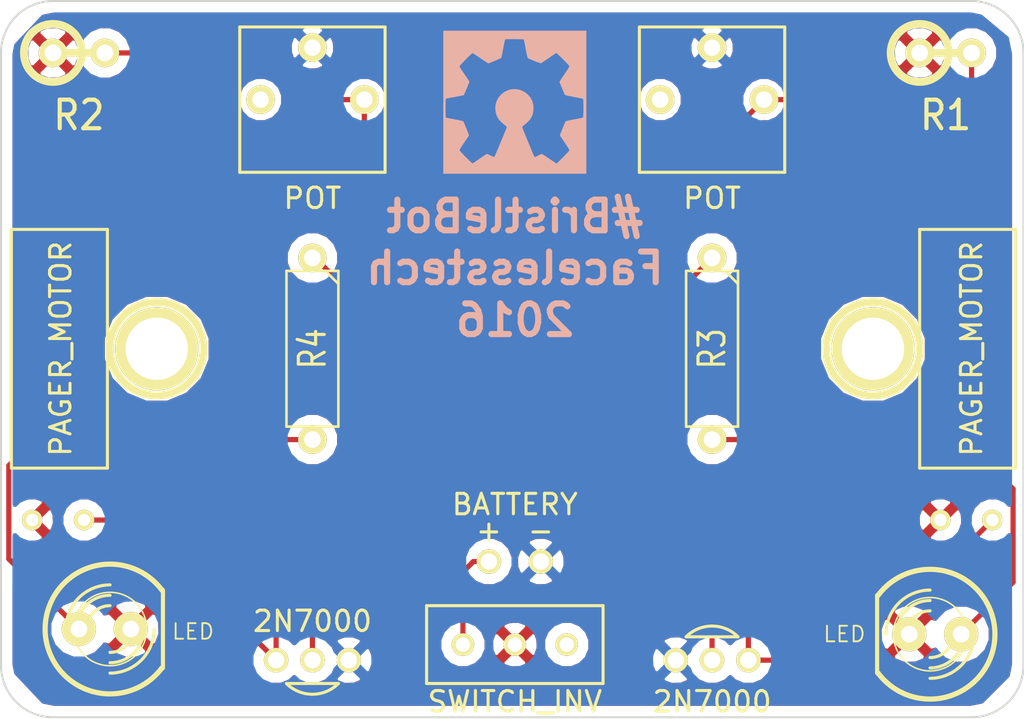
<source format=kicad_pcb>
(kicad_pcb (version 3) (host pcbnew "(22-Jun-2014 BZR 4027)-stable")

  (general
    (links 21)
    (no_connects 0)
    (area 249.869 173.939999 302.056001 209.744)
    (thickness 1.6)
    (drawings 11)
    (tracks 43)
    (zones 0)
    (modules 17)
    (nets 10)
  )

  (page A3)
  (layers
    (15 F.Cu signal)
    (0 B.Cu signal)
    (16 B.Adhes user)
    (17 F.Adhes user)
    (18 B.Paste user)
    (19 F.Paste user)
    (20 B.SilkS user)
    (21 F.SilkS user)
    (22 B.Mask user)
    (23 F.Mask user)
    (24 Dwgs.User user)
    (25 Cmts.User user)
    (26 Eco1.User user)
    (27 Eco2.User user)
    (28 Edge.Cuts user)
  )

  (setup
    (last_trace_width 0.254)
    (trace_clearance 0.254)
    (zone_clearance 0.508)
    (zone_45_only no)
    (trace_min 0.254)
    (segment_width 0.2)
    (edge_width 0.1)
    (via_size 0.889)
    (via_drill 0.635)
    (via_min_size 0.889)
    (via_min_drill 0.508)
    (uvia_size 0.508)
    (uvia_drill 0.127)
    (uvias_allowed no)
    (uvia_min_size 0.508)
    (uvia_min_drill 0.127)
    (pcb_text_width 0.3)
    (pcb_text_size 1.5 1.5)
    (mod_edge_width 0.15)
    (mod_text_size 1 1)
    (mod_text_width 0.15)
    (pad_size 1.4 1.4)
    (pad_drill 0.8)
    (pad_to_mask_clearance 0)
    (aux_axis_origin 0 0)
    (visible_elements FFFFFFBF)
    (pcbplotparams
      (layerselection 284196865)
      (usegerberextensions true)
      (excludeedgelayer true)
      (linewidth 0.150000)
      (plotframeref false)
      (viasonmask false)
      (mode 1)
      (useauxorigin false)
      (hpglpennumber 1)
      (hpglpenspeed 20)
      (hpglpendiameter 15)
      (hpglpenoverlay 2)
      (psnegative false)
      (psa4output false)
      (plotreference true)
      (plotvalue true)
      (plotothertext true)
      (plotinvisibletext false)
      (padsonsilk false)
      (subtractmaskfromsilk false)
      (outputformat 1)
      (mirror false)
      (drillshape 0)
      (scaleselection 1)
      (outputdirectory gerber/))
  )

  (net 0 "")
  (net 1 GND)
  (net 2 N-0000010)
  (net 3 N-0000011)
  (net 4 N-000002)
  (net 5 N-000004)
  (net 6 N-000006)
  (net 7 N-000007)
  (net 8 N-000008)
  (net 9 VCC)

  (net_class Default "This is the default net class."
    (clearance 0.254)
    (trace_width 0.254)
    (via_dia 0.889)
    (via_drill 0.635)
    (uvia_dia 0.508)
    (uvia_drill 0.127)
    (add_net "")
    (add_net GND)
    (add_net N-0000010)
    (add_net N-0000011)
    (add_net N-000002)
    (add_net N-000004)
    (add_net N-000006)
    (add_net N-000007)
    (add_net N-000008)
    (add_net VCC)
  )

  (module R1 (layer F.Cu) (tedit 5785481A) (tstamp 57829475)
    (at 298.196 176.53)
    (descr "Resistance verticale")
    (tags R)
    (path /57827EE1)
    (autoplace_cost90 10)
    (autoplace_cost180 10)
    (fp_text reference R1 (at 0 3.048) (layer F.SilkS)
      (effects (font (size 1.397 1.27) (thickness 0.2032)))
    )
    (fp_text value R (at -1.143 2.54) (layer F.SilkS) hide
      (effects (font (size 1.397 1.27) (thickness 0.2032)))
    )
    (fp_line (start -1.27 0) (end 1.27 0) (layer F.SilkS) (width 0.381))
    (fp_circle (center -1.27 0) (end -0.635 1.27) (layer F.SilkS) (width 0.381))
    (pad 1 thru_hole circle (at -1.27 0) (size 1.397 1.397) (drill 0.8128)
      (layers *.Cu *.Mask F.SilkS)
      (net 9 VCC)
    )
    (pad 2 thru_hole circle (at 1.27 0) (size 1.397 1.397) (drill 0.8128)
      (layers *.Cu *.Mask F.SilkS)
      (net 2 N-0000010)
    )
    (model discret/verti_resistor.wrl
      (at (xyz 0 0 0))
      (scale (xyz 1 1 1))
      (rotate (xyz 0 0 0))
    )
  )

  (module R1 (layer F.Cu) (tedit 5785482B) (tstamp 5782947D)
    (at 255.778 176.53)
    (descr "Resistance verticale")
    (tags R)
    (path /5782803E)
    (autoplace_cost90 10)
    (autoplace_cost180 10)
    (fp_text reference R2 (at 0 3.048) (layer F.SilkS)
      (effects (font (size 1.397 1.27) (thickness 0.2032)))
    )
    (fp_text value R (at -1.143 2.54) (layer F.SilkS) hide
      (effects (font (size 1.397 1.27) (thickness 0.2032)))
    )
    (fp_line (start -1.27 0) (end 1.27 0) (layer F.SilkS) (width 0.381))
    (fp_circle (center -1.27 0) (end -0.635 1.27) (layer F.SilkS) (width 0.381))
    (pad 1 thru_hole circle (at -1.27 0) (size 1.397 1.397) (drill 0.8128)
      (layers *.Cu *.Mask F.SilkS)
      (net 9 VCC)
    )
    (pad 2 thru_hole circle (at 1.27 0) (size 1.397 1.397) (drill 0.8128)
      (layers *.Cu *.Mask F.SilkS)
      (net 4 N-000002)
    )
    (model discret/verti_resistor.wrl
      (at (xyz 0 0 0))
      (scale (xyz 1 1 1))
      (rotate (xyz 0 0 0))
    )
  )

  (module switch_small_custom (layer F.Cu) (tedit 578547F4) (tstamp 5783B56A)
    (at 277.114 205.486)
    (path /5783B2B4)
    (fp_text reference SW1 (at 0 -4.064) (layer F.SilkS) hide
      (effects (font (size 1 1) (thickness 0.15)))
    )
    (fp_text value SWITCH_INV (at 0 2.794) (layer F.SilkS)
      (effects (font (size 1 1) (thickness 0.15)))
    )
    (fp_line (start -4.318 -1.905) (end 4.318 -1.905) (layer F.SilkS) (width 0.15))
    (fp_line (start 4.318 -1.905) (end 4.318 1.905) (layer F.SilkS) (width 0.15))
    (fp_line (start 4.318 1.905) (end -4.318 1.905) (layer F.SilkS) (width 0.15))
    (fp_line (start -4.318 1.905) (end -4.318 -1.905) (layer F.SilkS) (width 0.15))
    (pad 2 thru_hole circle (at 0 0) (size 1.1 1.1) (drill 0.7)
      (layers *.Cu *.Mask F.SilkS)
      (net 9 VCC)
    )
    (pad 1 thru_hole circle (at -2.54 0) (size 1.1 1.1) (drill 0.7)
      (layers *.Cu *.Mask F.SilkS)
      (net 3 N-0000011)
    )
    (pad 3 thru_hole circle (at 2.54 0) (size 1.1 1.1) (drill 0.7)
      (layers *.Cu *.Mask F.SilkS)
    )
  )

  (module 1pin (layer F.Cu) (tedit 5785474C) (tstamp 578440AF)
    (at 259.588 191.008)
    (descr "module 1 pin (ou trou mecanique de percage)")
    (tags DEV)
    (path 1pin)
    (fp_text reference 1PIN (at 0 -3.048) (layer F.SilkS) hide
      (effects (font (size 1.016 1.016) (thickness 0.254)))
    )
    (fp_text value P*** (at 0 2.794) (layer F.SilkS) hide
      (effects (font (size 1.016 1.016) (thickness 0.254)))
    )
    (fp_circle (center 0 0) (end 0 -2.286) (layer F.SilkS) (width 0.381))
    (pad 1 thru_hole circle (at 0 0) (size 4.064 4.064) (drill 3.048)
      (layers *.Cu *.Mask F.SilkS)
    )
  )

  (module 1pin (layer F.Cu) (tedit 57854726) (tstamp 578440BC)
    (at 294.64 191.008)
    (descr "module 1 pin (ou trou mecanique de percage)")
    (tags DEV)
    (path 1pin)
    (fp_text reference 1PIN (at 0 -3.048) (layer F.SilkS) hide
      (effects (font (size 1.016 1.016) (thickness 0.254)))
    )
    (fp_text value P*** (at 0 2.794) (layer F.SilkS) hide
      (effects (font (size 1.016 1.016) (thickness 0.254)))
    )
    (fp_circle (center 0 0) (end 0 -2.286) (layer F.SilkS) (width 0.381))
    (pad 1 thru_hole circle (at 0 0) (size 4.064 4.064) (drill 3.048)
      (layers *.Cu *.Mask F.SilkS)
    )
  )

  (module battery_custom (layer F.Cu) (tedit 578547E5) (tstamp 5783E5CA)
    (at 277.114 201.422)
    (path /57827288)
    (fp_text reference BT1 (at 0 -3.302) (layer F.SilkS) hide
      (effects (font (size 1 1) (thickness 0.15)))
    )
    (fp_text value BATTERY (at 0 -2.794) (layer F.SilkS)
      (effects (font (size 1 1) (thickness 0.15)))
    )
    (fp_text user - (at 1.27 -1.524) (layer F.SilkS)
      (effects (font (size 1 1) (thickness 0.15)))
    )
    (fp_text user + (at -1.27 -1.524) (layer F.SilkS)
      (effects (font (size 1 1) (thickness 0.15)))
    )
    (pad 1 thru_hole circle (at -1.27 0) (size 1.2 1.2) (drill 0.8)
      (layers *.Cu *.Mask F.SilkS)
      (net 3 N-0000011)
    )
    (pad 2 thru_hole circle (at 1.27 0) (size 1.2 1.2) (drill 0.8)
      (layers *.Cu *.Mask F.SilkS)
      (net 1 GND)
    )
  )

  (module R3-5 (layer F.Cu) (tedit 578539B6) (tstamp 57853C5D)
    (at 267.208 191.008 270)
    (path /578513EE)
    (fp_text reference R4 (at 0 0 270) (layer F.SilkS)
      (effects (font (size 1.27 1.016) (thickness 0.1524)))
    )
    (fp_text value R (at 0 0 270) (layer F.SilkS) hide
      (effects (font (size 1.27 1.016) (thickness 0.1524)))
    )
    (fp_line (start -3.81 -0.635) (end -3.81 1.27) (layer F.SilkS) (width 0.127))
    (fp_line (start -3.81 1.27) (end 3.81 1.27) (layer F.SilkS) (width 0.127))
    (fp_line (start 3.81 1.27) (end 3.81 -1.27) (layer F.SilkS) (width 0.127))
    (fp_line (start 3.81 -1.27) (end -3.81 -1.27) (layer F.SilkS) (width 0.127))
    (fp_line (start -3.81 -1.27) (end -3.81 -0.635) (layer F.SilkS) (width 0.127))
    (fp_line (start -4.445 0) (end -3.81 0) (layer F.SilkS) (width 0.127))
    (fp_line (start 3.81 0) (end 4.445 0) (layer F.SilkS) (width 0.127))
    (fp_line (start -3.81 -0.635) (end -3.175 -1.27) (layer F.SilkS) (width 0.127))
    (pad 1 thru_hole circle (at -4.445 0 270) (size 1.397 1.397) (drill 0.8128)
      (layers *.Cu *.Mask F.SilkS)
      (net 5 N-000004)
    )
    (pad 2 thru_hole circle (at 4.445 0 270) (size 1.397 1.397) (drill 0.8128)
      (layers *.Cu *.Mask F.SilkS)
      (net 6 N-000006)
    )
    (model discret/resistor.wrl
      (at (xyz 0 0 0))
      (scale (xyz 0.35 0.35 0.3))
      (rotate (xyz 0 0 0))
    )
  )

  (module R3-5 (layer F.Cu) (tedit 3F979F9F) (tstamp 57853C4E)
    (at 286.766 191.008 270)
    (path /5785145C)
    (fp_text reference R3 (at 0 0 270) (layer F.SilkS)
      (effects (font (size 1.27 1.016) (thickness 0.1524)))
    )
    (fp_text value R (at 0 0 270) (layer F.SilkS) hide
      (effects (font (size 1.27 1.016) (thickness 0.1524)))
    )
    (fp_line (start -3.81 -0.635) (end -3.81 1.27) (layer F.SilkS) (width 0.127))
    (fp_line (start -3.81 1.27) (end 3.81 1.27) (layer F.SilkS) (width 0.127))
    (fp_line (start 3.81 1.27) (end 3.81 -1.27) (layer F.SilkS) (width 0.127))
    (fp_line (start 3.81 -1.27) (end -3.81 -1.27) (layer F.SilkS) (width 0.127))
    (fp_line (start -3.81 -1.27) (end -3.81 -0.635) (layer F.SilkS) (width 0.127))
    (fp_line (start -4.445 0) (end -3.81 0) (layer F.SilkS) (width 0.127))
    (fp_line (start 3.81 0) (end 4.445 0) (layer F.SilkS) (width 0.127))
    (fp_line (start -3.81 -0.635) (end -3.175 -1.27) (layer F.SilkS) (width 0.127))
    (pad 1 thru_hole circle (at -4.445 0 270) (size 1.397 1.397) (drill 0.8128)
      (layers *.Cu *.Mask F.SilkS)
      (net 8 N-000008)
    )
    (pad 2 thru_hole circle (at 4.445 0 270) (size 1.397 1.397) (drill 0.8128)
      (layers *.Cu *.Mask F.SilkS)
      (net 7 N-000007)
    )
    (model discret/resistor.wrl
      (at (xyz 0 0 0))
      (scale (xyz 0.35 0.35 0.3))
      (rotate (xyz 0 0 0))
    )
  )

  (module LED-5MM (layer F.Cu) (tedit 578547A2) (tstamp 578514F7)
    (at 257.048 204.724)
    (descr "LED 5mm - Lead pitch 100mil (2,54mm)")
    (tags "LED led 5mm 5MM 100mil 2,54mm")
    (path /578513D5)
    (fp_text reference D2 (at 0 -3.81) (layer F.SilkS) hide
      (effects (font (size 0.762 0.762) (thickness 0.0889)))
    )
    (fp_text value LED (at 4.318 0.127) (layer F.SilkS)
      (effects (font (size 0.762 0.762) (thickness 0.0889)))
    )
    (fp_line (start 2.8448 1.905) (end 2.8448 -1.905) (layer F.SilkS) (width 0.2032))
    (fp_circle (center 0.254 0) (end -1.016 1.27) (layer F.SilkS) (width 0.0762))
    (fp_arc (start 0.254 0) (end 2.794 1.905) (angle 286.2) (layer F.SilkS) (width 0.254))
    (fp_arc (start 0.254 0) (end -0.889 0) (angle 90) (layer F.SilkS) (width 0.1524))
    (fp_arc (start 0.254 0) (end 1.397 0) (angle 90) (layer F.SilkS) (width 0.1524))
    (fp_arc (start 0.254 0) (end -1.397 0) (angle 90) (layer F.SilkS) (width 0.1524))
    (fp_arc (start 0.254 0) (end 1.905 0) (angle 90) (layer F.SilkS) (width 0.1524))
    (fp_arc (start 0.254 0) (end -1.905 0) (angle 90) (layer F.SilkS) (width 0.1524))
    (fp_arc (start 0.254 0) (end 2.413 0) (angle 90) (layer F.SilkS) (width 0.1524))
    (pad 1 thru_hole circle (at -1.27 0) (size 1.6764 1.6764) (drill 0.8128)
      (layers *.Cu *.Mask F.SilkS)
      (net 6 N-000006)
    )
    (pad 2 thru_hole circle (at 1.27 0) (size 1.6764 1.6764) (drill 0.8128)
      (layers *.Cu *.Mask F.SilkS)
      (net 9 VCC)
    )
    (model discret/leds/led5_vertical_verde.wrl
      (at (xyz 0 0 0))
      (scale (xyz 1 1 1))
      (rotate (xyz 0 0 0))
    )
  )

  (module LED-5MM (layer F.Cu) (tedit 57854803) (tstamp 57851506)
    (at 297.688 204.978 180)
    (descr "LED 5mm - Lead pitch 100mil (2,54mm)")
    (tags "LED led 5mm 5MM 100mil 2,54mm")
    (path /5785146C)
    (fp_text reference D1 (at 0 -3.81 180) (layer F.SilkS) hide
      (effects (font (size 0.762 0.762) (thickness 0.0889)))
    )
    (fp_text value LED (at 4.445 0 180) (layer F.SilkS)
      (effects (font (size 0.762 0.762) (thickness 0.0889)))
    )
    (fp_line (start 2.8448 1.905) (end 2.8448 -1.905) (layer F.SilkS) (width 0.2032))
    (fp_circle (center 0.254 0) (end -1.016 1.27) (layer F.SilkS) (width 0.0762))
    (fp_arc (start 0.254 0) (end 2.794 1.905) (angle 286.2) (layer F.SilkS) (width 0.254))
    (fp_arc (start 0.254 0) (end -0.889 0) (angle 90) (layer F.SilkS) (width 0.1524))
    (fp_arc (start 0.254 0) (end 1.397 0) (angle 90) (layer F.SilkS) (width 0.1524))
    (fp_arc (start 0.254 0) (end -1.397 0) (angle 90) (layer F.SilkS) (width 0.1524))
    (fp_arc (start 0.254 0) (end 1.905 0) (angle 90) (layer F.SilkS) (width 0.1524))
    (fp_arc (start 0.254 0) (end -1.905 0) (angle 90) (layer F.SilkS) (width 0.1524))
    (fp_arc (start 0.254 0) (end 2.413 0) (angle 90) (layer F.SilkS) (width 0.1524))
    (pad 1 thru_hole circle (at -1.27 0 180) (size 1.6764 1.6764) (drill 0.8128)
      (layers *.Cu *.Mask F.SilkS)
      (net 7 N-000007)
    )
    (pad 2 thru_hole circle (at 1.27 0 180) (size 1.6764 1.6764) (drill 0.8128)
      (layers *.Cu *.Mask F.SilkS)
      (net 9 VCC)
    )
    (model discret/leds/led5_vertical_verde.wrl
      (at (xyz 0 0 0))
      (scale (xyz 1 1 1))
      (rotate (xyz 0 0 0))
    )
  )

  (module pager_motor_custom (layer F.Cu) (tedit 57854733) (tstamp 5785361D)
    (at 299.212 199.39)
    (path /578277E3)
    (fp_text reference M1 (at -4.064 -6.35 90) (layer F.SilkS) hide
      (effects (font (size 1 1) (thickness 0.15)))
    )
    (fp_text value PAGER_MOTOR (at 0.254 -8.382 90) (layer F.SilkS)
      (effects (font (size 1 1) (thickness 0.15)))
    )
    (fp_line (start -2.286 -14.224) (end 2.413 -14.224) (layer F.SilkS) (width 0.15))
    (fp_line (start 2.413 -14.224) (end 2.413 -2.54) (layer F.SilkS) (width 0.15))
    (fp_line (start 2.413 -2.54) (end -2.286 -2.54) (layer F.SilkS) (width 0.15))
    (fp_line (start -2.286 -2.54) (end -2.286 -14.224) (layer F.SilkS) (width 0.15))
    (pad 1 thru_hole circle (at -1.27 0) (size 1 1) (drill 0.6)
      (layers *.Cu *.Mask F.SilkS)
      (net 9 VCC)
    )
    (pad 2 thru_hole circle (at 1.27 0) (size 1 1) (drill 0.6)
      (layers *.Cu *.Mask F.SilkS)
      (net 8 N-000008)
    )
  )

  (module pager_motor_custom (layer F.Cu) (tedit 57854748) (tstamp 57853627)
    (at 254.762 199.39)
    (path /5782801C)
    (fp_text reference M2 (at -4.064 -6.35 90) (layer F.SilkS) hide
      (effects (font (size 1 1) (thickness 0.15)))
    )
    (fp_text value PAGER_MOTOR (at 0.127 -8.382 90) (layer F.SilkS)
      (effects (font (size 1 1) (thickness 0.15)))
    )
    (fp_line (start -2.286 -14.224) (end 2.413 -14.224) (layer F.SilkS) (width 0.15))
    (fp_line (start 2.413 -14.224) (end 2.413 -2.54) (layer F.SilkS) (width 0.15))
    (fp_line (start 2.413 -2.54) (end -2.286 -2.54) (layer F.SilkS) (width 0.15))
    (fp_line (start -2.286 -2.54) (end -2.286 -14.224) (layer F.SilkS) (width 0.15))
    (pad 1 thru_hole circle (at -1.27 0) (size 1 1) (drill 0.6)
      (layers *.Cu *.Mask F.SilkS)
      (net 9 VCC)
    )
    (pad 2 thru_hole circle (at 1.27 0) (size 1 1) (drill 0.6)
      (layers *.Cu *.Mask F.SilkS)
      (net 5 N-000004)
    )
  )

  (module OSH_final_silks_back (layer F.Cu) (tedit 0) (tstamp 5786014F)
    (at 277.114 178.943)
    (fp_text reference VAL (at 0 0) (layer F.SilkS) hide
      (effects (font (size 1.143 1.143) (thickness 0.1778)))
    )
    (fp_text value OSH_final_silks_back (at 0 0) (layer F.SilkS) hide
      (effects (font (size 1.143 1.143) (thickness 0.1778)))
    )
    (fp_poly (pts (xy -3.50012 3.50012) (xy -3.3909 3.50012) (xy -3.3909 0.4318) (xy -3.3909 0.29464)
      (xy -3.3909 0.14986) (xy -3.3909 0.0381) (xy -3.38836 -0.04572) (xy -3.38582 -0.10414)
      (xy -3.38074 -0.14224) (xy -3.37566 -0.1651) (xy -3.36804 -0.17272) (xy -3.34264 -0.1778)
      (xy -3.2893 -0.1905) (xy -3.21056 -0.20574) (xy -3.1115 -0.22606) (xy -2.99974 -0.24638)
      (xy -2.92608 -0.25908) (xy -2.80924 -0.28194) (xy -2.70256 -0.30226) (xy -2.61366 -0.32004)
      (xy -2.54762 -0.33528) (xy -2.50952 -0.3429) (xy -2.49936 -0.34798) (xy -2.4892 -0.3683)
      (xy -2.46634 -0.41656) (xy -2.43586 -0.48514) (xy -2.4003 -0.56642) (xy -2.3622 -0.65532)
      (xy -2.3241 -0.74676) (xy -2.28854 -0.83312) (xy -2.25806 -0.90678) (xy -2.23774 -0.96266)
      (xy -2.22504 -0.99568) (xy -2.22504 -0.99822) (xy -2.2352 -1.02362) (xy -2.2606 -1.07188)
      (xy -2.30124 -1.13284) (xy -2.33934 -1.19126) (xy -2.4511 -1.34874) (xy -2.54 -1.48082)
      (xy -2.60858 -1.58496) (xy -2.65938 -1.6637) (xy -2.6924 -1.71958) (xy -2.70764 -1.7526)
      (xy -2.71018 -1.75768) (xy -2.69748 -1.778) (xy -2.66446 -1.81864) (xy -2.61366 -1.87452)
      (xy -2.54762 -1.9431) (xy -2.4765 -2.0193) (xy -2.39776 -2.09804) (xy -2.31902 -2.17678)
      (xy -2.24536 -2.25044) (xy -2.17932 -2.31394) (xy -2.12598 -2.36474) (xy -2.08788 -2.39522)
      (xy -2.07264 -2.40538) (xy -2.05232 -2.39522) (xy -2.0066 -2.36728) (xy -1.94056 -2.32664)
      (xy -1.85928 -2.27076) (xy -1.76276 -2.20726) (xy -1.68656 -2.15392) (xy -1.58242 -2.08534)
      (xy -1.49098 -2.02184) (xy -1.41224 -1.97104) (xy -1.35128 -1.93294) (xy -1.31064 -1.91008)
      (xy -1.29794 -1.90246) (xy -1.27254 -1.91008) (xy -1.2192 -1.92786) (xy -1.14808 -1.9558)
      (xy -1.06426 -1.99136) (xy -0.97282 -2.02692) (xy -0.88392 -2.06756) (xy -0.80264 -2.10312)
      (xy -0.73406 -2.13614) (xy -0.6858 -2.159) (xy -0.66294 -2.17424) (xy -0.66294 -2.17424)
      (xy -0.65532 -2.19964) (xy -0.64262 -2.25298) (xy -0.62738 -2.33172) (xy -0.60706 -2.43078)
      (xy -0.58674 -2.54254) (xy -0.57404 -2.6035) (xy -0.55372 -2.72034) (xy -0.53086 -2.82956)
      (xy -0.51308 -2.921) (xy -0.49784 -2.99212) (xy -0.48768 -3.03784) (xy -0.48514 -3.048)
      (xy -0.47752 -3.0607) (xy -0.4699 -3.06832) (xy -0.45212 -3.07594) (xy -0.42418 -3.08102)
      (xy -0.381 -3.08356) (xy -0.3175 -3.0861) (xy -0.2286 -3.0861) (xy -0.11176 -3.08864)
      (xy -0.02032 -3.08864) (xy 0.10922 -3.0861) (xy 0.22352 -3.0861) (xy 0.3175 -3.08102)
      (xy 0.38862 -3.07848) (xy 0.42926 -3.0734) (xy 0.43942 -3.07086) (xy 0.4445 -3.05054)
      (xy 0.4572 -2.9972) (xy 0.47244 -2.921) (xy 0.49276 -2.82194) (xy 0.51308 -2.71018)
      (xy 0.53086 -2.6162) (xy 0.55372 -2.49682) (xy 0.57658 -2.38506) (xy 0.5969 -2.29108)
      (xy 0.61468 -2.21996) (xy 0.62738 -2.17424) (xy 0.635 -2.16154) (xy 0.6604 -2.14376)
      (xy 0.7112 -2.1209) (xy 0.78232 -2.09042) (xy 0.86614 -2.05486) (xy 0.95758 -2.0193)
      (xy 1.04648 -1.98374) (xy 1.1303 -1.95072) (xy 1.20142 -1.92786) (xy 1.25222 -1.91262)
      (xy 1.27508 -1.90754) (xy 1.2954 -1.92024) (xy 1.34366 -1.95072) (xy 1.4097 -1.9939)
      (xy 1.49352 -2.04978) (xy 1.59004 -2.11328) (xy 1.65608 -2.16154) (xy 1.75768 -2.23012)
      (xy 1.84658 -2.29108) (xy 1.92532 -2.34188) (xy 1.98628 -2.37998) (xy 2.02184 -2.4003)
      (xy 2.032 -2.40538) (xy 2.05232 -2.39268) (xy 2.09296 -2.35966) (xy 2.14884 -2.30632)
      (xy 2.21996 -2.23774) (xy 2.30378 -2.15646) (xy 2.36728 -2.09296) (xy 2.47142 -1.98882)
      (xy 2.5527 -1.905) (xy 2.61112 -1.8415) (xy 2.64668 -1.79578) (xy 2.667 -1.7653)
      (xy 2.66954 -1.74752) (xy 2.65684 -1.72466) (xy 2.6289 -1.6764) (xy 2.58318 -1.60528)
      (xy 2.5273 -1.52146) (xy 2.4638 -1.42748) (xy 2.4257 -1.3716) (xy 2.35966 -1.27254)
      (xy 2.2987 -1.1811) (xy 2.2479 -1.10236) (xy 2.21234 -1.04394) (xy 2.19202 -1.00584)
      (xy 2.18948 -0.99568) (xy 2.1971 -0.97028) (xy 2.21488 -0.91948) (xy 2.24282 -0.84836)
      (xy 2.27838 -0.76454) (xy 2.31394 -0.6731) (xy 2.35204 -0.58166) (xy 2.39014 -0.50038)
      (xy 2.42062 -0.42926) (xy 2.44602 -0.37846) (xy 2.45872 -0.35306) (xy 2.45872 -0.35306)
      (xy 2.48158 -0.34544) (xy 2.53238 -0.33274) (xy 2.60858 -0.31496) (xy 2.7051 -0.29464)
      (xy 2.81686 -0.27432) (xy 2.89052 -0.25908) (xy 3.0099 -0.23622) (xy 3.11658 -0.2159)
      (xy 3.20802 -0.19812) (xy 3.27914 -0.18542) (xy 3.32232 -0.17526) (xy 3.33248 -0.17272)
      (xy 3.3401 -0.1524) (xy 3.34772 -0.1016) (xy 3.35026 -0.02794) (xy 3.35534 0.0635)
      (xy 3.35788 0.17018) (xy 3.35788 0.2794) (xy 3.35788 0.39116) (xy 3.35788 0.49784)
      (xy 3.3528 0.59182) (xy 3.34772 0.67056) (xy 3.34264 0.7239) (xy 3.33502 0.7493)
      (xy 3.33502 0.7493) (xy 3.30962 0.75692) (xy 3.25628 0.76962) (xy 3.18008 0.7874)
      (xy 3.08102 0.80772) (xy 2.96926 0.82804) (xy 2.9083 0.84074) (xy 2.794 0.86106)
      (xy 2.68732 0.88392) (xy 2.59842 0.90424) (xy 2.53238 0.91948) (xy 2.49174 0.93218)
      (xy 2.48412 0.93726) (xy 2.47142 0.96012) (xy 2.44856 1.01092) (xy 2.41808 1.08204)
      (xy 2.37998 1.16586) (xy 2.34442 1.25984) (xy 2.30632 1.35382) (xy 2.27076 1.44272)
      (xy 2.24028 1.51892) (xy 2.21996 1.57988) (xy 2.2098 1.61544) (xy 2.20726 1.62052)
      (xy 2.21742 1.64084) (xy 2.24536 1.68656) (xy 2.28854 1.7526) (xy 2.34188 1.83388)
      (xy 2.40538 1.92786) (xy 2.44094 1.97866) (xy 2.50952 2.07772) (xy 2.56794 2.16662)
      (xy 2.6162 2.24536) (xy 2.65176 2.30378) (xy 2.67208 2.33934) (xy 2.67462 2.3495)
      (xy 2.66192 2.36728) (xy 2.6289 2.40792) (xy 2.5781 2.4638) (xy 2.5146 2.53238)
      (xy 2.44094 2.60858) (xy 2.36474 2.68732) (xy 2.286 2.76606) (xy 2.21234 2.83972)
      (xy 2.1463 2.90322) (xy 2.09296 2.95402) (xy 2.0574 2.98704) (xy 2.03962 2.9972)
      (xy 2.02184 2.98704) (xy 1.97866 2.96164) (xy 1.91516 2.91846) (xy 1.83388 2.86512)
      (xy 1.74244 2.80162) (xy 1.68656 2.76352) (xy 1.5875 2.69748) (xy 1.4986 2.63906)
      (xy 1.4224 2.58826) (xy 1.36398 2.5527) (xy 1.32842 2.53238) (xy 1.3208 2.52984)
      (xy 1.2954 2.53746) (xy 1.24714 2.56032) (xy 1.18364 2.5908) (xy 1.14046 2.61366)
      (xy 1.06426 2.65176) (xy 1.01346 2.67462) (xy 0.97536 2.67462) (xy 0.94742 2.65176)
      (xy 0.92202 2.6035) (xy 0.889 2.52222) (xy 0.88392 2.51206) (xy 0.8636 2.4638)
      (xy 0.83312 2.38506) (xy 0.79248 2.286) (xy 0.74422 2.16662) (xy 0.68834 2.03708)
      (xy 0.63246 1.89738) (xy 0.59436 1.80848) (xy 0.53848 1.67386) (xy 0.48768 1.54686)
      (xy 0.4445 1.43764) (xy 0.4064 1.34366) (xy 0.37846 1.27254) (xy 0.36322 1.22682)
      (xy 0.35814 1.21412) (xy 0.37338 1.19126) (xy 0.40894 1.1557) (xy 0.46228 1.11252)
      (xy 0.48514 1.09474) (xy 0.635 0.97028) (xy 0.7493 0.8382) (xy 0.83312 0.6985)
      (xy 0.88646 0.5461) (xy 0.91186 0.37592) (xy 0.9144 0.28448) (xy 0.89916 0.1016)
      (xy 0.8509 -0.06604) (xy 0.76708 -0.22098) (xy 0.65278 -0.36068) (xy 0.6096 -0.40132)
      (xy 0.46482 -0.508) (xy 0.30734 -0.5842) (xy 0.14224 -0.62992) (xy -0.0254 -0.64262)
      (xy -0.19558 -0.62738) (xy -0.35814 -0.57912) (xy -0.51308 -0.50292) (xy -0.65278 -0.3937)
      (xy -0.70104 -0.34798) (xy -0.81534 -0.2032) (xy -0.89408 -0.0508) (xy -0.94234 0.1143)
      (xy -0.95758 0.29464) (xy -0.95758 0.29718) (xy -0.9398 0.47752) (xy -0.89154 0.6477)
      (xy -0.81026 0.80264) (xy -0.69342 0.94488) (xy -0.5461 1.07696) (xy -0.50546 1.10744)
      (xy -0.45212 1.14808) (xy -0.41402 1.18364) (xy -0.39624 1.20904) (xy -0.3937 1.21158)
      (xy -0.40132 1.23698) (xy -0.4191 1.28778) (xy -0.44704 1.35636) (xy -0.48006 1.43764)
      (xy -0.4826 1.4478) (xy -0.51308 1.52146) (xy -0.55626 1.62052) (xy -0.60452 1.7399)
      (xy -0.6604 1.87198) (xy -0.71882 2.01168) (xy -0.7747 2.15138) (xy -0.77978 2.16154)
      (xy -0.83312 2.28854) (xy -0.88138 2.40284) (xy -0.92456 2.50444) (xy -0.96012 2.58572)
      (xy -0.98552 2.64414) (xy -1.00076 2.67716) (xy -1.0033 2.6797) (xy -1.02616 2.6797)
      (xy -1.07188 2.66192) (xy -1.13792 2.63398) (xy -1.17856 2.61366) (xy -1.24968 2.5781)
      (xy -1.3081 2.55016) (xy -1.34874 2.53238) (xy -1.36144 2.52984) (xy -1.38176 2.54)
      (xy -1.42748 2.56794) (xy -1.49352 2.60858) (xy -1.5748 2.66192) (xy -1.66624 2.72542)
      (xy -1.69418 2.7432) (xy -1.78816 2.80924) (xy -1.87706 2.86766) (xy -1.95072 2.91846)
      (xy -2.0066 2.95402) (xy -2.03962 2.97688) (xy -2.0447 2.97942) (xy -2.05994 2.9845)
      (xy -2.07518 2.98196) (xy -2.0955 2.9718) (xy -2.12598 2.95148) (xy -2.16662 2.91338)
      (xy -2.22504 2.86004) (xy -2.2987 2.78638) (xy -2.39776 2.68986) (xy -2.39776 2.68986)
      (xy -2.4892 2.59588) (xy -2.57048 2.51206) (xy -2.63398 2.44348) (xy -2.68224 2.3876)
      (xy -2.7051 2.35458) (xy -2.71018 2.34696) (xy -2.70002 2.32156) (xy -2.67208 2.2733)
      (xy -2.63144 2.20472) (xy -2.57556 2.1209) (xy -2.51206 2.02692) (xy -2.4765 1.97358)
      (xy -2.41046 1.87706) (xy -2.35204 1.78816) (xy -2.30124 1.7145) (xy -2.26568 1.65862)
      (xy -2.24536 1.6256) (xy -2.24282 1.62052) (xy -2.25044 1.59766) (xy -2.26822 1.54686)
      (xy -2.29616 1.47828) (xy -2.32664 1.39446) (xy -2.36474 1.30302) (xy -2.40284 1.21158)
      (xy -2.4384 1.12268) (xy -2.47142 1.04394) (xy -2.49682 0.98552) (xy -2.5146 0.94996)
      (xy -2.51714 0.94488) (xy -2.53238 0.93218) (xy -2.5654 0.92202) (xy -2.6162 0.90678)
      (xy -2.68986 0.889) (xy -2.78638 0.86868) (xy -2.91338 0.84582) (xy -3.07086 0.81534)
      (xy -3.16738 0.79756) (xy -3.24358 0.78486) (xy -3.30708 0.77216) (xy -3.35026 0.762)
      (xy -3.36042 0.75946) (xy -3.37058 0.75438) (xy -3.3782 0.74422) (xy -3.38328 0.71882)
      (xy -3.38582 0.68072) (xy -3.38836 0.6223) (xy -3.3909 0.54102) (xy -3.3909 0.4318)
      (xy -3.3909 3.50012) (xy 0 3.50012) (xy 3.50012 3.50012) (xy 3.50012 0)
      (xy 3.50012 -3.50012) (xy 0 -3.50012) (xy -3.50012 -3.50012) (xy -3.50012 0)
      (xy -3.50012 3.50012) (xy -3.50012 3.50012)) (layer B.SilkS) (width 0.00254))
  )

  (module 2N7000 (layer F.Cu) (tedit 57855044) (tstamp 5785505D)
    (at 286.766 206.248)
    (path /578278B4)
    (fp_text reference Q1 (at 0 -2.667) (layer F.SilkS) hide
      (effects (font (size 1 1) (thickness 0.15)))
    )
    (fp_text value 2N7000 (at 0 2.032) (layer F.SilkS)
      (effects (font (size 1 1) (thickness 0.15)))
    )
    (fp_line (start -1.27 -1.143) (end 1.27 -1.143) (layer F.SilkS) (width 0.15))
    (fp_arc (start 0 0.127) (end -1.27 -1.143) (angle 90) (layer F.SilkS) (width 0.15))
    (pad 1 thru_hole circle (at -1.778 0) (size 1.2 1.2) (drill 0.8)
      (layers *.Cu *.Mask F.SilkS)
      (net 1 GND)
    )
    (pad 2 thru_hole circle (at 0 0) (size 1.2 1.2) (drill 0.8)
      (layers *.Cu *.Mask F.SilkS)
      (net 2 N-0000010)
    )
    (pad 3 thru_hole circle (at 1.778 0) (size 1.2 1.2) (drill 0.8)
      (layers *.Cu *.Mask F.SilkS)
      (net 8 N-000008)
    )
  )

  (module 2N7000 (layer F.Cu) (tedit 5785504E) (tstamp 5785502E)
    (at 267.208 206.248 180)
    (path /57828032)
    (fp_text reference Q2 (at 0 -2.667 180) (layer F.SilkS) hide
      (effects (font (size 1 1) (thickness 0.15)))
    )
    (fp_text value 2N7000 (at 0 1.905 180) (layer F.SilkS)
      (effects (font (size 1 1) (thickness 0.15)))
    )
    (fp_line (start -1.27 -1.143) (end 1.27 -1.143) (layer F.SilkS) (width 0.15))
    (fp_arc (start 0 0.127) (end -1.27 -1.143) (angle 90) (layer F.SilkS) (width 0.15))
    (pad 1 thru_hole circle (at -1.778 0 180) (size 1.2 1.2) (drill 0.8)
      (layers *.Cu *.Mask F.SilkS)
      (net 1 GND)
    )
    (pad 2 thru_hole circle (at 0 0 180) (size 1.2 1.2) (drill 0.8)
      (layers *.Cu *.Mask F.SilkS)
      (net 4 N-000002)
    )
    (pad 3 thru_hole circle (at 1.778 0 180) (size 1.2 1.2) (drill 0.8)
      (layers *.Cu *.Mask F.SilkS)
      (net 5 N-000004)
    )
  )

  (module pot_custom (layer F.Cu) (tedit 57855160) (tstamp 57855134)
    (at 286.766 178.816)
    (path /5782721D)
    (fp_text reference RV1 (at -5.08 0 90) (layer F.SilkS) hide
      (effects (font (size 1 1) (thickness 0.15)))
    )
    (fp_text value POT (at 0 4.826) (layer F.SilkS)
      (effects (font (size 1 1) (thickness 0.15)))
    )
    (fp_line (start -3.556 -3.556) (end -3.556 3.556) (layer F.SilkS) (width 0.15))
    (fp_line (start 3.556 -3.556) (end 3.556 3.556) (layer F.SilkS) (width 0.15))
    (fp_line (start 3.556 3.556) (end -3.556 3.556) (layer F.SilkS) (width 0.15))
    (fp_line (start -3.556 -3.556) (end 3.556 -3.556) (layer F.SilkS) (width 0.15))
    (pad 1 thru_hole circle (at -2.54 0) (size 1.4 1.4) (drill 0.8)
      (layers *.Cu *.Mask F.SilkS)
    )
    (pad 2 thru_hole circle (at 0 -2.54) (size 1.4 1.4) (drill 0.8)
      (layers *.Cu *.Mask F.SilkS)
      (net 1 GND)
    )
    (pad 3 thru_hole circle (at 2.54 0) (size 1.4 1.4) (drill 0.8)
      (layers *.Cu *.Mask F.SilkS)
      (net 2 N-0000010)
    )
  )

  (module pot_custom (layer F.Cu) (tedit 5785514F) (tstamp 5785513F)
    (at 267.208 178.816)
    (path /5782804A)
    (fp_text reference RV2 (at -5.08 0 90) (layer F.SilkS) hide
      (effects (font (size 1 1) (thickness 0.15)))
    )
    (fp_text value POT (at 0 4.826) (layer F.SilkS)
      (effects (font (size 1 1) (thickness 0.15)))
    )
    (fp_line (start -3.556 -3.556) (end -3.556 3.556) (layer F.SilkS) (width 0.15))
    (fp_line (start 3.556 -3.556) (end 3.556 3.556) (layer F.SilkS) (width 0.15))
    (fp_line (start 3.556 3.556) (end -3.556 3.556) (layer F.SilkS) (width 0.15))
    (fp_line (start -3.556 -3.556) (end 3.556 -3.556) (layer F.SilkS) (width 0.15))
    (pad 1 thru_hole circle (at -2.54 0) (size 1.4 1.4) (drill 0.8)
      (layers *.Cu *.Mask F.SilkS)
    )
    (pad 2 thru_hole circle (at 0 -2.54) (size 1.4 1.4) (drill 0.8)
      (layers *.Cu *.Mask F.SilkS)
      (net 1 GND)
    )
    (pad 3 thru_hole circle (at 2.54 0) (size 1.4 1.4) (drill 0.8)
      (layers *.Cu *.Mask F.SilkS)
      (net 4 N-000002)
    )
  )

  (gr_text 2016 (at 277.114 189.611) (layer B.SilkS)
    (effects (font (size 1.5 1.5) (thickness 0.3)) (justify mirror))
  )
  (gr_text Facelesstech (at 277.114 187.071) (layer B.SilkS)
    (effects (font (size 1.5 1.5) (thickness 0.3)) (justify mirror))
  )
  (gr_text "#BristleBot" (at 277.114 184.531) (layer B.SilkS)
    (effects (font (size 1.5 1.5) (thickness 0.3)) (justify mirror))
  )
  (gr_line (start 254.508 173.99) (end 299.466 173.99) (angle 90) (layer Edge.Cuts) (width 0.1))
  (gr_line (start 251.968 206.502) (end 251.968 176.53) (angle 90) (layer Edge.Cuts) (width 0.1))
  (gr_line (start 299.466 209.042) (end 254.508 209.042) (angle 90) (layer Edge.Cuts) (width 0.1))
  (gr_line (start 302.006 176.53) (end 302.006 206.502) (angle 90) (layer Edge.Cuts) (width 0.1))
  (gr_arc (start 299.466 176.53) (end 299.466 173.99) (angle 90) (layer Edge.Cuts) (width 0.1))
  (gr_arc (start 299.466 206.502) (end 302.006 206.502) (angle 90) (layer Edge.Cuts) (width 0.1))
  (gr_arc (start 254.508 206.502) (end 254.508 209.042) (angle 90) (layer Edge.Cuts) (width 0.1))
  (gr_arc (start 254.508 176.53) (end 251.968 176.53) (angle 90) (layer Edge.Cuts) (width 0.1))

  (segment (start 286.766 206.248) (end 286.766 204.851) (width 0.254) (layer F.Cu) (net 2))
  (segment (start 286.766 204.851) (end 279.273 197.358) (width 0.254) (layer F.Cu) (net 2) (tstamp 57854099))
  (segment (start 299.466 179.324) (end 299.466 176.53) (width 0.254) (layer F.Cu) (net 2) (tstamp 57853F80))
  (segment (start 298.45 180.34) (end 299.466 179.324) (width 0.254) (layer F.Cu) (net 2) (tstamp 57853F7E))
  (segment (start 296.418 180.34) (end 298.45 180.34) (width 0.254) (layer F.Cu) (net 2) (tstamp 57853F7A))
  (segment (start 279.273 197.358) (end 279.273 188.849) (width 0.254) (layer F.Cu) (net 2) (tstamp 5785409C))
  (segment (start 294.894 178.816) (end 296.418 180.34) (width 0.254) (layer F.Cu) (net 2) (tstamp 57853F76))
  (segment (start 279.273 188.849) (end 289.306 178.816) (width 0.254) (layer F.Cu) (net 2) (tstamp 578540A0))
  (segment (start 289.306 178.816) (end 294.894 178.816) (width 0.254) (layer F.Cu) (net 2))
  (segment (start 275.844 201.422) (end 275.082 201.422) (width 0.254) (layer F.Cu) (net 3))
  (segment (start 274.574 201.93) (end 274.574 205.486) (width 0.254) (layer F.Cu) (net 3) (tstamp 57854551))
  (segment (start 275.082 201.422) (end 274.574 201.93) (width 0.254) (layer F.Cu) (net 3) (tstamp 5785454F))
  (segment (start 269.748 184.277) (end 269.748 178.816) (width 0.254) (layer F.Cu) (net 4) (tstamp 57860166))
  (segment (start 274.193 188.722) (end 269.748 184.277) (width 0.254) (layer F.Cu) (net 4) (tstamp 57860165))
  (segment (start 274.193 197.612) (end 274.193 188.722) (width 0.254) (layer F.Cu) (net 4) (tstamp 57860164))
  (segment (start 269.748 178.816) (end 267.208 178.816) (width 0.254) (layer F.Cu) (net 4))
  (segment (start 267.208 178.816) (end 264.922 176.53) (width 0.254) (layer F.Cu) (net 4) (tstamp 578539EB))
  (segment (start 267.208 204.597) (end 274.193 197.612) (width 0.254) (layer F.Cu) (net 4) (tstamp 57860163))
  (segment (start 267.208 206.248) (end 267.208 204.597) (width 0.254) (layer F.Cu) (net 4))
  (segment (start 264.922 176.53) (end 257.048 176.53) (width 0.254) (layer F.Cu) (net 4) (tstamp 578539EF))
  (segment (start 267.208 186.563) (end 267.335 186.563) (width 0.254) (layer F.Cu) (net 5))
  (segment (start 265.43 203.073) (end 265.43 206.248) (width 0.254) (layer F.Cu) (net 5) (tstamp 57860175))
  (segment (start 272.034 196.469) (end 265.43 203.073) (width 0.254) (layer F.Cu) (net 5) (tstamp 57860173))
  (segment (start 272.034 191.262) (end 272.034 196.469) (width 0.254) (layer F.Cu) (net 5) (tstamp 57860171))
  (segment (start 267.335 186.563) (end 272.034 191.262) (width 0.254) (layer F.Cu) (net 5) (tstamp 57860170))
  (segment (start 256.032 199.39) (end 258.572 199.39) (width 0.254) (layer F.Cu) (net 5))
  (segment (start 258.572 199.39) (end 265.43 206.248) (width 0.254) (layer F.Cu) (net 5) (tstamp 57853A0B))
  (segment (start 267.208 195.453) (end 253.619 195.453) (width 0.254) (layer F.Cu) (net 6))
  (segment (start 252.349 201.295) (end 255.778 204.724) (width 0.254) (layer F.Cu) (net 6) (tstamp 57854485))
  (segment (start 252.349 196.723) (end 252.349 201.295) (width 0.254) (layer F.Cu) (net 6) (tstamp 57854480))
  (segment (start 253.619 195.453) (end 252.349 196.723) (width 0.254) (layer F.Cu) (net 6) (tstamp 57854476))
  (segment (start 286.766 195.453) (end 299.085 195.453) (width 0.254) (layer F.Cu) (net 7))
  (segment (start 299.085 195.453) (end 301.498 197.866) (width 0.254) (layer F.Cu) (net 7) (tstamp 57853A22))
  (segment (start 301.498 197.866) (end 301.498 202.438) (width 0.254) (layer F.Cu) (net 7) (tstamp 57853A25))
  (segment (start 301.498 202.438) (end 298.958 204.978) (width 0.254) (layer F.Cu) (net 7) (tstamp 57853A27))
  (segment (start 288.544 206.248) (end 288.544 203.073) (width 0.254) (layer F.Cu) (net 8))
  (segment (start 281.686 191.643) (end 286.766 186.563) (width 0.254) (layer F.Cu) (net 8) (tstamp 578540B7))
  (segment (start 281.686 196.215) (end 281.686 191.643) (width 0.254) (layer F.Cu) (net 8) (tstamp 578540B4))
  (segment (start 288.544 203.073) (end 281.686 196.215) (width 0.254) (layer F.Cu) (net 8) (tstamp 578540B1))
  (segment (start 288.544 206.248) (end 290.322 206.248) (width 0.254) (layer F.Cu) (net 8))
  (segment (start 298.45 201.422) (end 300.482 199.39) (width 0.254) (layer F.Cu) (net 8) (tstamp 57854020))
  (segment (start 295.148 201.422) (end 298.45 201.422) (width 0.254) (layer F.Cu) (net 8) (tstamp 5785401E))
  (segment (start 290.322 206.248) (end 295.148 201.422) (width 0.254) (layer F.Cu) (net 8) (tstamp 5785401B))

  (zone (net 9) (net_name VCC) (layer F.Cu) (tstamp 578543C5) (hatch edge 0.508)
    (connect_pads (clearance 0.508))
    (min_thickness 0.254)
    (fill (arc_segments 16) (thermal_gap 0.508) (thermal_bridge_width 0.508))
    (polygon
      (pts
        (xy 301.752 206.629) (xy 299.593 208.788) (xy 254.381 208.788) (xy 252.222 206.502) (xy 252.222 176.53)
        (xy 254.381 174.244) (xy 299.466 174.244) (xy 301.752 176.149)
      )
    )
    (filled_polygon
      (pts
        (xy 301.321 206.430381) (xy 301.209895 206.991499) (xy 299.954399 208.246995) (xy 299.398835 208.357) (xy 297.273807 208.357)
        (xy 297.273807 206.013412) (xy 296.418 205.157605) (xy 296.238395 205.33721) (xy 296.238395 204.978) (xy 295.382588 204.122193)
        (xy 295.13251 204.201018) (xy 294.933024 204.752097) (xy 294.959612 205.337568) (xy 295.13251 205.754982) (xy 295.382588 205.833807)
        (xy 296.238395 204.978) (xy 296.238395 205.33721) (xy 295.562193 206.013412) (xy 295.641018 206.26349) (xy 296.192097 206.462976)
        (xy 296.777568 206.436388) (xy 297.194982 206.26349) (xy 297.273807 206.013412) (xy 297.273807 208.357) (xy 280.839205 208.357)
        (xy 280.839205 205.251323) (xy 280.659179 204.815629) (xy 280.326125 204.481992) (xy 279.890745 204.301207) (xy 279.619214 204.300969)
        (xy 279.619214 201.177421) (xy 279.431592 200.723343) (xy 279.084485 200.375629) (xy 278.630734 200.187215) (xy 278.139421 200.186786)
        (xy 277.685343 200.374408) (xy 277.337629 200.721515) (xy 277.149215 201.175266) (xy 277.148786 201.666579) (xy 277.336408 202.120657)
        (xy 277.683515 202.468371) (xy 278.137266 202.656785) (xy 278.628579 202.657214) (xy 279.082657 202.469592) (xy 279.430371 202.122485)
        (xy 279.618785 201.668734) (xy 279.619214 201.177421) (xy 279.619214 204.300969) (xy 279.419323 204.300795) (xy 278.983629 204.480821)
        (xy 278.649992 204.813875) (xy 278.469207 205.249255) (xy 278.468795 205.720677) (xy 278.648821 206.156371) (xy 278.981875 206.490008)
        (xy 279.417255 206.670793) (xy 279.888677 206.671205) (xy 280.324371 206.491179) (xy 280.658008 206.158125) (xy 280.838793 205.722745)
        (xy 280.839205 205.251323) (xy 280.839205 208.357) (xy 278.311971 208.357) (xy 278.311971 205.642998) (xy 278.280861 205.172604)
        (xy 278.1607 204.882509) (xy 277.940432 204.839173) (xy 277.760827 205.018778) (xy 277.760827 204.659568) (xy 277.717491 204.4393)
        (xy 277.270998 204.288029) (xy 277.079214 204.300712) (xy 277.079214 201.177421) (xy 276.891592 200.723343) (xy 276.544485 200.375629)
        (xy 276.090734 200.187215) (xy 275.599421 200.186786) (xy 275.145343 200.374408) (xy 274.955 200.564418) (xy 274.955 197.612)
        (xy 274.955 188.722) (xy 274.896996 188.430395) (xy 274.731815 188.183185) (xy 274.731815 188.183184) (xy 270.51 183.961369)
        (xy 270.51 179.65906) (xy 270.709644 179.459765) (xy 270.882802 179.042756) (xy 270.883196 178.591225) (xy 270.710766 178.173915)
        (xy 270.391765 177.854356) (xy 269.974756 177.681198) (xy 269.523225 177.680804) (xy 269.105915 177.853234) (xy 268.904797 178.054)
        (xy 267.52363 178.054) (xy 266.808846 177.339216) (xy 266.981244 177.410802) (xy 267.432775 177.411196) (xy 267.850085 177.238766)
        (xy 268.169644 176.919765) (xy 268.342802 176.502756) (xy 268.343196 176.051225) (xy 268.170766 175.633915) (xy 267.851765 175.314356)
        (xy 267.434756 175.141198) (xy 266.983225 175.140804) (xy 266.565915 175.313234) (xy 266.246356 175.632235) (xy 266.073198 176.049244)
        (xy 266.072804 176.500775) (xy 266.144907 176.675276) (xy 265.460815 175.991185) (xy 265.213605 175.826004) (xy 264.922 175.768)
        (xy 258.171538 175.768) (xy 257.804353 175.400174) (xy 257.314413 175.196733) (xy 256.783914 175.19627) (xy 256.29362 175.398855)
        (xy 255.918174 175.773647) (xy 255.784685 176.095122) (xy 255.677798 175.837072) (xy 255.442186 175.775419) (xy 255.262581 175.955024)
        (xy 255.262581 175.595814) (xy 255.200928 175.360202) (xy 254.70052 175.184076) (xy 254.170802 175.212854) (xy 253.815072 175.360202)
        (xy 253.753419 175.595814) (xy 254.508 176.350395) (xy 255.262581 175.595814) (xy 255.262581 175.955024) (xy 254.687605 176.53)
        (xy 255.442186 177.284581) (xy 255.677798 177.222928) (xy 255.776082 176.943683) (xy 255.916855 177.28438) (xy 256.291647 177.659826)
        (xy 256.781587 177.863267) (xy 257.312086 177.86373) (xy 257.80238 177.661145) (xy 258.172169 177.292) (xy 264.606369 177.292)
        (xy 265.067153 177.752784) (xy 264.894756 177.681198) (xy 264.443225 177.680804) (xy 264.025915 177.853234) (xy 263.706356 178.172235)
        (xy 263.533198 178.589244) (xy 263.532804 179.040775) (xy 263.705234 179.458085) (xy 264.024235 179.777644) (xy 264.441244 179.950802)
        (xy 264.892775 179.951196) (xy 265.310085 179.778766) (xy 265.629644 179.459765) (xy 265.802802 179.042756) (xy 265.803196 178.591225)
        (xy 265.731093 178.416723) (xy 266.669184 179.354815) (xy 266.669185 179.354815) (xy 266.916395 179.519996) (xy 267.208 179.578)
        (xy 268.904939 179.578) (xy 268.986 179.659202) (xy 268.986 184.277) (xy 269.044004 184.568605) (xy 269.209185 184.815815)
        (xy 273.431 189.03763) (xy 273.431 197.296369) (xy 266.669185 204.058185) (xy 266.504004 204.305395) (xy 266.446 204.597)
        (xy 266.446 205.26364) (xy 266.318972 205.390446) (xy 266.192 205.263251) (xy 266.192 203.38863) (xy 272.572815 197.007816)
        (xy 272.572815 197.007815) (xy 272.737996 196.760605) (xy 272.795999 196.469) (xy 272.796 196.469) (xy 272.796 191.262)
        (xy 272.737996 190.970395) (xy 272.572815 190.723185) (xy 272.572815 190.723184) (xy 268.541387 186.691756) (xy 268.54173 186.298914)
        (xy 268.339145 185.80862) (xy 267.964353 185.433174) (xy 267.474413 185.229733) (xy 266.943914 185.22927) (xy 266.45362 185.431855)
        (xy 266.078174 185.806647) (xy 265.874733 186.296587) (xy 265.87427 186.827086) (xy 266.076855 187.31738) (xy 266.451647 187.692826)
        (xy 266.941587 187.896267) (xy 267.472086 187.89673) (xy 267.556302 187.861932) (xy 271.272 191.57763) (xy 271.272 196.153369)
        (xy 264.891185 202.534185) (xy 264.726004 202.781395) (xy 264.668 203.073) (xy 264.668 204.408369) (xy 259.110815 198.851185)
        (xy 258.863605 198.686004) (xy 258.572 198.628) (xy 256.87506 198.628) (xy 256.675765 198.428356) (xy 256.258756 198.255198)
        (xy 255.807225 198.254804) (xy 255.389915 198.427234) (xy 255.070356 198.746235) (xy 254.897198 199.163244) (xy 254.896804 199.614775)
        (xy 255.069234 200.032085) (xy 255.388235 200.351644) (xy 255.805244 200.524802) (xy 256.256775 200.525196) (xy 256.674085 200.352766)
        (xy 256.875202 200.152) (xy 258.256369 200.152) (xy 264.195136 206.090767) (xy 264.194786 206.492579) (xy 264.382408 206.946657)
        (xy 264.729515 207.294371) (xy 265.183266 207.482785) (xy 265.674579 207.483214) (xy 266.128657 207.295592) (xy 266.319027 207.105553)
        (xy 266.507515 207.294371) (xy 266.961266 207.482785) (xy 267.452579 207.483214) (xy 267.906657 207.295592) (xy 268.097027 207.105553)
        (xy 268.285515 207.294371) (xy 268.739266 207.482785) (xy 269.230579 207.483214) (xy 269.684657 207.295592) (xy 270.032371 206.948485)
        (xy 270.220785 206.494734) (xy 270.221214 206.003421) (xy 270.033592 205.549343) (xy 269.686485 205.201629) (xy 269.232734 205.013215)
        (xy 268.741421 205.012786) (xy 268.287343 205.200408) (xy 268.096972 205.390446) (xy 267.97 205.263251) (xy 267.97 204.91263)
        (xy 274.731815 198.150816) (xy 274.731815 198.150815) (xy 274.896996 197.903605) (xy 274.954999 197.612001) (xy 274.955 197.612)
        (xy 274.955 200.564418) (xy 274.803821 200.715333) (xy 274.790395 200.718004) (xy 274.543184 200.883185) (xy 274.035185 201.391185)
        (xy 273.870004 201.638395) (xy 273.812 201.93) (xy 273.812 204.572289) (xy 273.569992 204.813875) (xy 273.389207 205.249255)
        (xy 273.388795 205.720677) (xy 273.568821 206.156371) (xy 273.901875 206.490008) (xy 274.337255 206.670793) (xy 274.808677 206.671205)
        (xy 275.244371 206.491179) (xy 275.578008 206.158125) (xy 275.758793 205.722745) (xy 275.759205 205.251323) (xy 275.579179 204.815629)
        (xy 275.336 204.572024) (xy 275.336 202.548297) (xy 275.597266 202.656785) (xy 276.088579 202.657214) (xy 276.542657 202.469592)
        (xy 276.890371 202.122485) (xy 277.078785 201.668734) (xy 277.079214 201.177421) (xy 277.079214 204.300712) (xy 276.800604 204.319139)
        (xy 276.510509 204.4393) (xy 276.467173 204.659568) (xy 277.114 205.306395) (xy 277.760827 204.659568) (xy 277.760827 205.018778)
        (xy 277.293605 205.486) (xy 277.940432 206.132827) (xy 278.1607 206.089491) (xy 278.311971 205.642998) (xy 278.311971 208.357)
        (xy 277.760827 208.357) (xy 277.760827 206.312432) (xy 277.114 205.665605) (xy 276.934395 205.84521) (xy 276.934395 205.486)
        (xy 276.287568 204.839173) (xy 276.0673 204.882509) (xy 275.916029 205.329002) (xy 275.947139 205.799396) (xy 276.0673 206.089491)
        (xy 276.287568 206.132827) (xy 276.934395 205.486) (xy 276.934395 205.84521) (xy 276.467173 206.312432) (xy 276.510509 206.5327)
        (xy 276.957002 206.683971) (xy 277.427396 206.652861) (xy 277.717491 206.5327) (xy 277.760827 206.312432) (xy 277.760827 208.357)
        (xy 259.802976 208.357) (xy 259.802976 204.949903) (xy 259.776388 204.364432) (xy 259.60349 203.947018) (xy 259.353412 203.868193)
        (xy 259.173807 204.047798) (xy 259.173807 203.688588) (xy 259.094982 203.43851) (xy 258.543903 203.239024) (xy 257.958432 203.265612)
        (xy 257.541018 203.43851) (xy 257.462193 203.688588) (xy 258.318 204.544395) (xy 259.173807 203.688588) (xy 259.173807 204.047798)
        (xy 258.497605 204.724) (xy 259.353412 205.579807) (xy 259.60349 205.500982) (xy 259.802976 204.949903) (xy 259.802976 208.357)
        (xy 259.173807 208.357) (xy 259.173807 205.759412) (xy 258.318 204.903605) (xy 257.462193 205.759412) (xy 257.541018 206.00949)
        (xy 258.092097 206.208976) (xy 258.677568 206.182388) (xy 259.094982 206.00949) (xy 259.173807 205.759412) (xy 259.173807 208.357)
        (xy 254.579618 208.357) (xy 254.049496 208.252033) (xy 252.737818 206.863197) (xy 252.653 206.434835) (xy 252.653 202.67663)
        (xy 254.334687 204.358318) (xy 254.305057 204.429677) (xy 254.304546 205.015752) (xy 254.528354 205.55741) (xy 254.94241 205.972189)
        (xy 255.483677 206.196943) (xy 256.069752 206.197454) (xy 256.61141 205.973646) (xy 257.026189 205.55959) (xy 257.04844 205.506003)
        (xy 257.282588 205.579807) (xy 258.138395 204.724) (xy 257.282588 203.868193) (xy 257.048835 203.941872) (xy 257.027646 203.89059)
        (xy 256.61359 203.475811) (xy 256.072323 203.251057) (xy 255.486248 203.250546) (xy 255.412605 203.280974) (xy 254.640111 202.50848)
        (xy 254.640111 199.535029) (xy 254.608216 199.084626) (xy 254.497216 198.816648) (xy 254.282103 198.779502) (xy 253.671605 199.39)
        (xy 254.282103 200.000498) (xy 254.497216 199.963352) (xy 254.640111 199.535029) (xy 254.640111 202.50848) (xy 253.111 200.979369)
        (xy 253.111 200.459387) (xy 253.346971 200.538111) (xy 253.797374 200.506216) (xy 254.065352 200.395216) (xy 254.102498 200.180103)
        (xy 253.492 199.569605) (xy 253.477857 199.583747) (xy 253.298252 199.404142) (xy 253.312395 199.39) (xy 253.298252 199.375857)
        (xy 253.477857 199.196252) (xy 253.492 199.210395) (xy 254.102498 198.599897) (xy 254.065352 198.384784) (xy 253.637029 198.241889)
        (xy 253.186626 198.273784) (xy 253.111 198.305109) (xy 253.111 197.03863) (xy 253.93463 196.215) (xy 266.084461 196.215)
        (xy 266.451647 196.582826) (xy 266.941587 196.786267) (xy 267.472086 196.78673) (xy 267.96238 196.584145) (xy 268.337826 196.209353)
        (xy 268.541267 195.719413) (xy 268.54173 195.188914) (xy 268.339145 194.69862) (xy 267.964353 194.323174) (xy 267.474413 194.119733)
        (xy 266.943914 194.11927) (xy 266.45362 194.321855) (xy 266.08383 194.691) (xy 262.255461 194.691) (xy 262.255461 190.479828)
        (xy 261.85029 189.49924) (xy 261.100706 188.748346) (xy 260.120826 188.341465) (xy 259.059828 188.340539) (xy 258.07924 188.74571)
        (xy 257.328346 189.495294) (xy 256.921465 190.475174) (xy 256.920539 191.536172) (xy 257.32571 192.51676) (xy 258.075294 193.267654)
        (xy 259.055174 193.674535) (xy 260.116172 193.675461) (xy 261.09676 193.27029) (xy 261.847654 192.520706) (xy 262.254535 191.540826)
        (xy 262.255461 190.479828) (xy 262.255461 194.691) (xy 255.262581 194.691) (xy 255.262581 177.464186) (xy 254.508 176.709605)
        (xy 254.328395 176.88921) (xy 254.328395 176.53) (xy 253.573814 175.775419) (xy 253.338202 175.837072) (xy 253.162076 176.33748)
        (xy 253.190854 176.867198) (xy 253.338202 177.222928) (xy 253.573814 177.284581) (xy 254.328395 176.53) (xy 254.328395 176.88921)
        (xy 253.753419 177.464186) (xy 253.815072 177.699798) (xy 254.31548 177.875924) (xy 254.845198 177.847146) (xy 255.200928 177.699798)
        (xy 255.262581 177.464186) (xy 255.262581 194.691) (xy 253.619 194.691) (xy 253.327395 194.749004) (xy 253.080184 194.914185)
        (xy 252.653 195.341369) (xy 252.653 176.597164) (xy 252.737818 176.168802) (xy 254.049496 174.779966) (xy 254.579618 174.675)
        (xy 299.398835 174.675) (xy 299.905115 174.775246) (xy 301.167701 175.827401) (xy 301.321 176.601618) (xy 301.321 196.611369)
        (xy 299.623815 194.914185) (xy 299.376605 194.749004) (xy 299.085 194.691) (xy 297.307461 194.691) (xy 297.307461 190.479828)
        (xy 296.90229 189.49924) (xy 296.152706 188.748346) (xy 295.172826 188.341465) (xy 294.111828 188.340539) (xy 293.13124 188.74571)
        (xy 292.380346 189.495294) (xy 291.973465 190.475174) (xy 291.972539 191.536172) (xy 292.37771 192.51676) (xy 293.127294 193.267654)
        (xy 294.107174 193.674535) (xy 295.168172 193.675461) (xy 296.14876 193.27029) (xy 296.899654 192.520706) (xy 297.306535 191.540826)
        (xy 297.307461 190.479828) (xy 297.307461 194.691) (xy 287.889538 194.691) (xy 287.522353 194.323174) (xy 287.032413 194.119733)
        (xy 286.501914 194.11927) (xy 286.01162 194.321855) (xy 285.636174 194.696647) (xy 285.432733 195.186587) (xy 285.43227 195.717086)
        (xy 285.634855 196.20738) (xy 286.009647 196.582826) (xy 286.499587 196.786267) (xy 287.030086 196.78673) (xy 287.52038 196.584145)
        (xy 287.890169 196.215) (xy 298.769369 196.215) (xy 300.736 198.18163) (xy 300.736 198.26651) (xy 300.708756 198.255198)
        (xy 300.257225 198.254804) (xy 299.839915 198.427234) (xy 299.520356 198.746235) (xy 299.347198 199.163244) (xy 299.34695 199.447419)
        (xy 299.005388 199.78898) (xy 299.090111 199.535029) (xy 299.058216 199.084626) (xy 298.947216 198.816648) (xy 298.732103 198.779502)
        (xy 298.552498 198.959107) (xy 298.552498 198.599897) (xy 298.515352 198.384784) (xy 298.087029 198.241889) (xy 297.636626 198.273784)
        (xy 297.368648 198.384784) (xy 297.331502 198.599897) (xy 297.942 199.210395) (xy 298.552498 198.599897) (xy 298.552498 198.959107)
        (xy 298.121605 199.39) (xy 298.135747 199.404142) (xy 297.956142 199.583747) (xy 297.942 199.569605) (xy 297.762395 199.74921)
        (xy 297.762395 199.39) (xy 297.151897 198.779502) (xy 296.936784 198.816648) (xy 296.793889 199.244971) (xy 296.825784 199.695374)
        (xy 296.936784 199.963352) (xy 297.151897 200.000498) (xy 297.762395 199.39) (xy 297.762395 199.74921) (xy 297.331502 200.180103)
        (xy 297.368648 200.395216) (xy 297.796971 200.538111) (xy 298.247374 200.506216) (xy 298.316989 200.47738) (xy 298.134369 200.66)
        (xy 295.148 200.66) (xy 294.856395 200.718004) (xy 294.609184 200.883185) (xy 290.006369 205.486) (xy 289.528359 205.486)
        (xy 289.306 205.263251) (xy 289.306 203.073) (xy 289.247996 202.781395) (xy 289.082815 202.534185) (xy 289.082815 202.534184)
        (xy 282.448 195.899369) (xy 282.448 191.95863) (xy 286.510354 187.896276) (xy 287.030086 187.89673) (xy 287.52038 187.694145)
        (xy 287.895826 187.319353) (xy 288.099267 186.829413) (xy 288.09973 186.298914) (xy 287.897145 185.80862) (xy 287.522353 185.433174)
        (xy 287.032413 185.229733) (xy 286.501914 185.22927) (xy 286.01162 185.431855) (xy 285.636174 185.806647) (xy 285.432733 186.296587)
        (xy 285.432276 186.819092) (xy 281.147185 191.104185) (xy 280.982004 191.351395) (xy 280.924 191.643) (xy 280.924 196.215)
        (xy 280.982004 196.506605) (xy 281.147185 196.753815) (xy 287.782 203.38863) (xy 287.782 205.26364) (xy 287.654972 205.390446)
        (xy 287.528 205.263251) (xy 287.528 204.851) (xy 287.469996 204.559395) (xy 287.304815 204.312185) (xy 287.304815 204.312184)
        (xy 280.035 197.042369) (xy 280.035 189.16463) (xy 289.248681 179.950949) (xy 289.530775 179.951196) (xy 289.948085 179.778766)
        (xy 290.149202 179.578) (xy 294.578369 179.578) (xy 295.879184 180.878815) (xy 295.879185 180.878815) (xy 296.126395 181.043996)
        (xy 296.418 181.102) (xy 298.45 181.102) (xy 298.45 181.101999) (xy 298.741604 181.043996) (xy 298.741605 181.043996)
        (xy 298.988815 180.878815) (xy 300.004815 179.862816) (xy 300.004815 179.862815) (xy 300.169996 179.615605) (xy 300.227999 179.324001)
        (xy 300.228 179.324) (xy 300.228 177.653538) (xy 300.595826 177.286353) (xy 300.799267 176.796413) (xy 300.79973 176.265914)
        (xy 300.597145 175.77562) (xy 300.222353 175.400174) (xy 299.732413 175.196733) (xy 299.201914 175.19627) (xy 298.71162 175.398855)
        (xy 298.336174 175.773647) (xy 298.202685 176.095122) (xy 298.095798 175.837072) (xy 297.860186 175.775419) (xy 297.680581 175.955024)
        (xy 297.680581 175.595814) (xy 297.618928 175.360202) (xy 297.11852 175.184076) (xy 296.588802 175.212854) (xy 296.233072 175.360202)
        (xy 296.171419 175.595814) (xy 296.926 176.350395) (xy 297.680581 175.595814) (xy 297.680581 175.955024) (xy 297.105605 176.53)
        (xy 297.860186 177.284581) (xy 298.095798 177.222928) (xy 298.194082 176.943683) (xy 298.334855 177.28438) (xy 298.704 177.654169)
        (xy 298.704 179.008369) (xy 298.134369 179.578) (xy 297.680581 179.578) (xy 297.680581 177.464186) (xy 296.926 176.709605)
        (xy 296.746395 176.88921) (xy 296.746395 176.53) (xy 295.991814 175.775419) (xy 295.756202 175.837072) (xy 295.580076 176.33748)
        (xy 295.608854 176.867198) (xy 295.756202 177.222928) (xy 295.991814 177.284581) (xy 296.746395 176.53) (xy 296.746395 176.88921)
        (xy 296.171419 177.464186) (xy 296.233072 177.699798) (xy 296.73348 177.875924) (xy 297.263198 177.847146) (xy 297.618928 177.699798)
        (xy 297.680581 177.464186) (xy 297.680581 179.578) (xy 296.73363 179.578) (xy 295.432815 178.277185) (xy 295.185605 178.112004)
        (xy 294.894 178.054) (xy 290.14906 178.054) (xy 289.949765 177.854356) (xy 289.532756 177.681198) (xy 289.081225 177.680804)
        (xy 288.663915 177.853234) (xy 288.344356 178.172235) (xy 288.171198 178.589244) (xy 288.17095 178.873419) (xy 287.901196 179.143173)
        (xy 287.901196 176.051225) (xy 287.728766 175.633915) (xy 287.409765 175.314356) (xy 286.992756 175.141198) (xy 286.541225 175.140804)
        (xy 286.123915 175.313234) (xy 285.804356 175.632235) (xy 285.631198 176.049244) (xy 285.630804 176.500775) (xy 285.803234 176.918085)
        (xy 286.122235 177.237644) (xy 286.539244 177.410802) (xy 286.990775 177.411196) (xy 287.408085 177.238766) (xy 287.727644 176.919765)
        (xy 287.900802 176.502756) (xy 287.901196 176.051225) (xy 287.901196 179.143173) (xy 285.361196 181.683173) (xy 285.361196 178.591225)
        (xy 285.188766 178.173915) (xy 284.869765 177.854356) (xy 284.452756 177.681198) (xy 284.001225 177.680804) (xy 283.583915 177.853234)
        (xy 283.264356 178.172235) (xy 283.091198 178.589244) (xy 283.090804 179.040775) (xy 283.263234 179.458085) (xy 283.582235 179.777644)
        (xy 283.999244 179.950802) (xy 284.450775 179.951196) (xy 284.868085 179.778766) (xy 285.187644 179.459765) (xy 285.360802 179.042756)
        (xy 285.361196 178.591225) (xy 285.361196 181.683173) (xy 278.734185 188.310185) (xy 278.569004 188.557395) (xy 278.511 188.849)
        (xy 278.511 197.358) (xy 278.569004 197.649605) (xy 278.734185 197.896815) (xy 286.004 205.16663) (xy 286.004 205.26364)
        (xy 285.876972 205.390446) (xy 285.688485 205.201629) (xy 285.234734 205.013215) (xy 284.743421 205.012786) (xy 284.289343 205.200408)
        (xy 283.941629 205.547515) (xy 283.753215 206.001266) (xy 283.752786 206.492579) (xy 283.940408 206.946657) (xy 284.287515 207.294371)
        (xy 284.741266 207.482785) (xy 285.232579 207.483214) (xy 285.686657 207.295592) (xy 285.877027 207.105553) (xy 286.065515 207.294371)
        (xy 286.519266 207.482785) (xy 287.010579 207.483214) (xy 287.464657 207.295592) (xy 287.655027 207.105553) (xy 287.843515 207.294371)
        (xy 288.297266 207.482785) (xy 288.788579 207.483214) (xy 289.242657 207.295592) (xy 289.528748 207.01) (xy 290.322 207.01)
        (xy 290.322 207.009999) (xy 290.613604 206.951996) (xy 290.613605 206.951996) (xy 290.860815 206.786815) (xy 295.46363 202.184)
        (xy 298.45 202.184) (xy 298.45 202.183999) (xy 298.741604 202.125996) (xy 298.741605 202.125996) (xy 298.988815 201.960815)
        (xy 300.42468 200.524949) (xy 300.706775 200.525196) (xy 300.736 200.51312) (xy 300.736 202.122369) (xy 299.323681 203.534687)
        (xy 299.252323 203.505057) (xy 298.666248 203.504546) (xy 298.12459 203.728354) (xy 297.709811 204.14241) (xy 297.687559 204.195996)
        (xy 297.453412 204.122193) (xy 297.273807 204.301798) (xy 297.273807 203.942588) (xy 297.194982 203.69251) (xy 296.643903 203.493024)
        (xy 296.058432 203.519612) (xy 295.641018 203.69251) (xy 295.562193 203.942588) (xy 296.418 204.798395) (xy 297.273807 203.942588)
        (xy 297.273807 204.301798) (xy 296.597605 204.978) (xy 297.453412 205.833807) (xy 297.687164 205.760127) (xy 297.708354 205.81141)
        (xy 298.12241 206.226189) (xy 298.663677 206.450943) (xy 299.249752 206.451454) (xy 299.79141 206.227646) (xy 300.206189 205.81359)
        (xy 300.430943 205.272323) (xy 300.431454 204.686248) (xy 300.401025 204.612604) (xy 301.321 203.69263) (xy 301.321 206.430381)
      )
    )
  )
  (zone (net 1) (net_name GND) (layer B.Cu) (tstamp 5785442A) (hatch edge 0.508)
    (connect_pads (clearance 0.508))
    (min_thickness 0.254)
    (fill (arc_segments 16) (thermal_gap 0.508) (thermal_bridge_width 0.508))
    (polygon
      (pts
        (xy 252.222 176.53) (xy 254.381 174.244) (xy 299.466 174.244) (xy 301.752 176.149) (xy 301.752 206.629)
        (xy 299.593 208.788) (xy 254.381 208.788) (xy 252.222 206.502) (xy 252.222 176.53)
      )
    )
    (filled_polygon
      (pts
        (xy 301.321 206.430381) (xy 301.209895 206.991499) (xy 300.431454 207.76994) (xy 300.431454 204.686248) (xy 300.207646 204.14459)
        (xy 299.79359 203.729811) (xy 299.252323 203.505057) (xy 299.077196 203.504904) (xy 299.077196 199.165225) (xy 298.904766 198.747915)
        (xy 298.585765 198.428356) (xy 298.168756 198.255198) (xy 297.717225 198.254804) (xy 297.307461 198.424116) (xy 297.307461 190.479828)
        (xy 296.90229 189.49924) (xy 296.152706 188.748346) (xy 295.172826 188.341465) (xy 294.111828 188.340539) (xy 293.13124 188.74571)
        (xy 292.380346 189.495294) (xy 291.973465 190.475174) (xy 291.972539 191.536172) (xy 292.37771 192.51676) (xy 293.127294 193.267654)
        (xy 294.107174 193.674535) (xy 295.168172 193.675461) (xy 296.14876 193.27029) (xy 296.899654 192.520706) (xy 297.306535 191.540826)
        (xy 297.307461 190.479828) (xy 297.307461 198.424116) (xy 297.299915 198.427234) (xy 296.980356 198.746235) (xy 296.807198 199.163244)
        (xy 296.806804 199.614775) (xy 296.979234 200.032085) (xy 297.298235 200.351644) (xy 297.715244 200.524802) (xy 298.166775 200.525196)
        (xy 298.584085 200.352766) (xy 298.903644 200.033765) (xy 299.076802 199.616756) (xy 299.077196 199.165225) (xy 299.077196 203.504904)
        (xy 298.666248 203.504546) (xy 298.12459 203.728354) (xy 297.709811 204.14241) (xy 297.688224 204.194394) (xy 297.667646 204.14459)
        (xy 297.25359 203.729811) (xy 296.712323 203.505057) (xy 296.126248 203.504546) (xy 295.58459 203.728354) (xy 295.169811 204.14241)
        (xy 294.945057 204.683677) (xy 294.944546 205.269752) (xy 295.168354 205.81141) (xy 295.58241 206.226189) (xy 296.123677 206.450943)
        (xy 296.709752 206.451454) (xy 297.25141 206.227646) (xy 297.666189 205.81359) (xy 297.687775 205.761605) (xy 297.708354 205.81141)
        (xy 298.12241 206.226189) (xy 298.663677 206.450943) (xy 299.249752 206.451454) (xy 299.79141 206.227646) (xy 300.206189 205.81359)
        (xy 300.430943 205.272323) (xy 300.431454 204.686248) (xy 300.431454 207.76994) (xy 299.954399 208.246995) (xy 299.398835 208.357)
        (xy 290.441196 208.357) (xy 290.441196 178.591225) (xy 290.268766 178.173915) (xy 289.949765 177.854356) (xy 289.532756 177.681198)
        (xy 289.081225 177.680804) (xy 288.663915 177.853234) (xy 288.344356 178.172235) (xy 288.171198 178.589244) (xy 288.170804 179.040775)
        (xy 288.343234 179.458085) (xy 288.662235 179.777644) (xy 289.079244 179.950802) (xy 289.530775 179.951196) (xy 289.948085 179.778766)
        (xy 290.267644 179.459765) (xy 290.440802 179.042756) (xy 290.441196 178.591225) (xy 290.441196 208.357) (xy 289.779214 208.357)
        (xy 289.779214 206.003421) (xy 289.591592 205.549343) (xy 289.244485 205.201629) (xy 288.790734 205.013215) (xy 288.299421 205.012786)
        (xy 288.09973 205.095296) (xy 288.09973 195.188914) (xy 288.09973 186.298914) (xy 287.914111 185.84968) (xy 287.914111 176.421029)
        (xy 287.882216 175.970626) (xy 287.771216 175.702648) (xy 287.556103 175.665502) (xy 287.376498 175.845107) (xy 287.376498 175.485897)
        (xy 287.339352 175.270784) (xy 286.911029 175.127889) (xy 286.460626 175.159784) (xy 286.192648 175.270784) (xy 286.155502 175.485897)
        (xy 286.766 176.096395) (xy 287.376498 175.485897) (xy 287.376498 175.845107) (xy 286.945605 176.276) (xy 287.556103 176.886498)
        (xy 287.771216 176.849352) (xy 287.914111 176.421029) (xy 287.914111 185.84968) (xy 287.897145 185.80862) (xy 287.522353 185.433174)
        (xy 287.376498 185.372609) (xy 287.376498 177.066103) (xy 286.766 176.455605) (xy 286.586395 176.63521) (xy 286.586395 176.276)
        (xy 285.975897 175.665502) (xy 285.760784 175.702648) (xy 285.617889 176.130971) (xy 285.649784 176.581374) (xy 285.760784 176.849352)
        (xy 285.975897 176.886498) (xy 286.586395 176.276) (xy 286.586395 176.63521) (xy 286.155502 177.066103) (xy 286.192648 177.281216)
        (xy 286.620971 177.424111) (xy 287.071374 177.392216) (xy 287.339352 177.281216) (xy 287.376498 177.066103) (xy 287.376498 185.372609)
        (xy 287.032413 185.229733) (xy 286.501914 185.22927) (xy 286.01162 185.431855) (xy 285.636174 185.806647) (xy 285.432733 186.296587)
        (xy 285.43227 186.827086) (xy 285.634855 187.31738) (xy 286.009647 187.692826) (xy 286.499587 187.896267) (xy 287.030086 187.89673)
        (xy 287.52038 187.694145) (xy 287.895826 187.319353) (xy 288.099267 186.829413) (xy 288.09973 186.298914) (xy 288.09973 195.188914)
        (xy 287.897145 194.69862) (xy 287.522353 194.323174) (xy 287.032413 194.119733) (xy 286.501914 194.11927) (xy 286.01162 194.321855)
        (xy 285.636174 194.696647) (xy 285.432733 195.186587) (xy 285.43227 195.717086) (xy 285.634855 196.20738) (xy 286.009647 196.582826)
        (xy 286.499587 196.786267) (xy 287.030086 196.78673) (xy 287.52038 196.584145) (xy 287.895826 196.209353) (xy 288.099267 195.719413)
        (xy 288.09973 195.188914) (xy 288.09973 205.095296) (xy 287.845343 205.200408) (xy 287.654972 205.390446) (xy 287.466485 205.201629)
        (xy 287.012734 205.013215) (xy 286.521421 205.012786) (xy 286.067343 205.200408) (xy 285.719629 205.547515) (xy 285.67113 205.664312)
        (xy 285.67113 205.385265) (xy 285.621617 205.159836) (xy 285.361196 205.070361) (xy 285.361196 178.591225) (xy 285.188766 178.173915)
        (xy 284.869765 177.854356) (xy 284.452756 177.681198) (xy 284.001225 177.680804) (xy 283.583915 177.853234) (xy 283.264356 178.172235)
        (xy 283.091198 178.589244) (xy 283.090804 179.040775) (xy 283.263234 179.458085) (xy 283.582235 179.777644) (xy 283.999244 179.950802)
        (xy 284.450775 179.951196) (xy 284.868085 179.778766) (xy 285.187644 179.459765) (xy 285.360802 179.042756) (xy 285.361196 178.591225)
        (xy 285.361196 205.070361) (xy 285.156964 205.000193) (xy 284.666587 205.030518) (xy 284.354383 205.159836) (xy 284.30487 205.385265)
        (xy 284.988 206.068395) (xy 285.67113 205.385265) (xy 285.67113 205.664312) (xy 285.614207 205.801397) (xy 285.167605 206.248)
        (xy 285.614298 206.694693) (xy 285.718408 206.946657) (xy 286.065515 207.294371) (xy 286.519266 207.482785) (xy 287.010579 207.483214)
        (xy 287.464657 207.295592) (xy 287.655027 207.105553) (xy 287.843515 207.294371) (xy 288.297266 207.482785) (xy 288.788579 207.483214)
        (xy 289.242657 207.295592) (xy 289.590371 206.948485) (xy 289.778785 206.494734) (xy 289.779214 206.003421) (xy 289.779214 208.357)
        (xy 285.67113 208.357) (xy 285.67113 207.110735) (xy 284.988 206.427605) (xy 284.808395 206.60721) (xy 284.808395 206.248)
        (xy 284.125265 205.56487) (xy 283.899836 205.614383) (xy 283.740193 206.079036) (xy 283.770518 206.569413) (xy 283.899836 206.881617)
        (xy 284.125265 206.93113) (xy 284.808395 206.248) (xy 284.808395 206.60721) (xy 284.30487 207.110735) (xy 284.354383 207.336164)
        (xy 284.819036 207.495807) (xy 285.309413 207.465482) (xy 285.621617 207.336164) (xy 285.67113 207.110735) (xy 285.67113 208.357)
        (xy 280.839205 208.357) (xy 280.839205 205.251323) (xy 280.659179 204.815629) (xy 280.326125 204.481992) (xy 279.890745 204.301207)
        (xy 279.631807 204.30098) (xy 279.631807 201.590964) (xy 279.601482 201.100587) (xy 279.472164 200.788383) (xy 279.246735 200.73887)
        (xy 279.06713 200.918475) (xy 279.06713 200.559265) (xy 279.017617 200.333836) (xy 278.552964 200.174193) (xy 278.062587 200.204518)
        (xy 277.750383 200.333836) (xy 277.70087 200.559265) (xy 278.384 201.242395) (xy 279.06713 200.559265) (xy 279.06713 200.918475)
        (xy 278.563605 201.422) (xy 279.246735 202.10513) (xy 279.472164 202.055617) (xy 279.631807 201.590964) (xy 279.631807 204.30098)
        (xy 279.419323 204.300795) (xy 279.06713 204.446318) (xy 279.06713 202.284735) (xy 278.384 201.601605) (xy 278.204395 201.78121)
        (xy 278.204395 201.422) (xy 277.521265 200.73887) (xy 277.295836 200.788383) (xy 277.136193 201.253036) (xy 277.166518 201.743413)
        (xy 277.295836 202.055617) (xy 277.521265 202.10513) (xy 278.204395 201.422) (xy 278.204395 201.78121) (xy 277.70087 202.284735)
        (xy 277.750383 202.510164) (xy 278.215036 202.669807) (xy 278.705413 202.639482) (xy 279.017617 202.510164) (xy 279.06713 202.284735)
        (xy 279.06713 204.446318) (xy 278.983629 204.480821) (xy 278.649992 204.813875) (xy 278.469207 205.249255) (xy 278.468795 205.720677)
        (xy 278.648821 206.156371) (xy 278.981875 206.490008) (xy 279.417255 206.670793) (xy 279.888677 206.671205) (xy 280.324371 206.491179)
        (xy 280.658008 206.158125) (xy 280.838793 205.722745) (xy 280.839205 205.251323) (xy 280.839205 208.357) (xy 278.299205 208.357)
        (xy 278.299205 205.251323) (xy 278.119179 204.815629) (xy 277.786125 204.481992) (xy 277.350745 204.301207) (xy 277.079214 204.300969)
        (xy 277.079214 201.177421) (xy 276.891592 200.723343) (xy 276.544485 200.375629) (xy 276.090734 200.187215) (xy 275.599421 200.186786)
        (xy 275.145343 200.374408) (xy 274.797629 200.721515) (xy 274.609215 201.175266) (xy 274.608786 201.666579) (xy 274.796408 202.120657)
        (xy 275.143515 202.468371) (xy 275.597266 202.656785) (xy 276.088579 202.657214) (xy 276.542657 202.469592) (xy 276.890371 202.122485)
        (xy 277.078785 201.668734) (xy 277.079214 201.177421) (xy 277.079214 204.300969) (xy 276.879323 204.300795) (xy 276.443629 204.480821)
        (xy 276.109992 204.813875) (xy 275.929207 205.249255) (xy 275.928795 205.720677) (xy 276.108821 206.156371) (xy 276.441875 206.490008)
        (xy 276.877255 206.670793) (xy 277.348677 206.671205) (xy 277.784371 206.491179) (xy 278.118008 206.158125) (xy 278.298793 205.722745)
        (xy 278.299205 205.251323) (xy 278.299205 208.357) (xy 275.759205 208.357) (xy 275.759205 205.251323) (xy 275.579179 204.815629)
        (xy 275.246125 204.481992) (xy 274.810745 204.301207) (xy 274.339323 204.300795) (xy 273.903629 204.480821) (xy 273.569992 204.813875)
        (xy 273.389207 205.249255) (xy 273.388795 205.720677) (xy 273.568821 206.156371) (xy 273.901875 206.490008) (xy 274.337255 206.670793)
        (xy 274.808677 206.671205) (xy 275.244371 206.491179) (xy 275.578008 206.158125) (xy 275.758793 205.722745) (xy 275.759205 205.251323)
        (xy 275.759205 208.357) (xy 270.883196 208.357) (xy 270.883196 178.591225) (xy 270.710766 178.173915) (xy 270.391765 177.854356)
        (xy 269.974756 177.681198) (xy 269.523225 177.680804) (xy 269.105915 177.853234) (xy 268.786356 178.172235) (xy 268.613198 178.589244)
        (xy 268.612804 179.040775) (xy 268.785234 179.458085) (xy 269.104235 179.777644) (xy 269.521244 179.950802) (xy 269.972775 179.951196)
        (xy 270.390085 179.778766) (xy 270.709644 179.459765) (xy 270.882802 179.042756) (xy 270.883196 178.591225) (xy 270.883196 208.357)
        (xy 270.233807 208.357) (xy 270.233807 206.416964) (xy 270.203482 205.926587) (xy 270.074164 205.614383) (xy 269.848735 205.56487)
        (xy 269.66913 205.744475) (xy 269.66913 205.385265) (xy 269.619617 205.159836) (xy 269.154964 205.000193) (xy 268.664587 205.030518)
        (xy 268.54173 205.081406) (xy 268.54173 195.188914) (xy 268.54173 186.298914) (xy 268.356111 185.84968) (xy 268.356111 176.421029)
        (xy 268.324216 175.970626) (xy 268.213216 175.702648) (xy 267.998103 175.665502) (xy 267.818498 175.845107) (xy 267.818498 175.485897)
        (xy 267.781352 175.270784) (xy 267.353029 175.127889) (xy 266.902626 175.159784) (xy 266.634648 175.270784) (xy 266.597502 175.485897)
        (xy 267.208 176.096395) (xy 267.818498 175.485897) (xy 267.818498 175.845107) (xy 267.387605 176.276) (xy 267.998103 176.886498)
        (xy 268.213216 176.849352) (xy 268.356111 176.421029) (xy 268.356111 185.84968) (xy 268.339145 185.80862) (xy 267.964353 185.433174)
        (xy 267.818498 185.372609) (xy 267.818498 177.066103) (xy 267.208 176.455605) (xy 267.028395 176.63521) (xy 267.028395 176.276)
        (xy 266.417897 175.665502) (xy 266.202784 175.702648) (xy 266.059889 176.130971) (xy 266.091784 176.581374) (xy 266.202784 176.849352)
        (xy 266.417897 176.886498) (xy 267.028395 176.276) (xy 267.028395 176.63521) (xy 266.597502 177.066103) (xy 266.634648 177.281216)
        (xy 267.062971 177.424111) (xy 267.513374 177.392216) (xy 267.781352 177.281216) (xy 267.818498 177.066103) (xy 267.818498 185.372609)
        (xy 267.474413 185.229733) (xy 266.943914 185.22927) (xy 266.45362 185.431855) (xy 266.078174 185.806647) (xy 265.874733 186.296587)
        (xy 265.87427 186.827086) (xy 266.076855 187.31738) (xy 266.451647 187.692826) (xy 266.941587 187.896267) (xy 267.472086 187.89673)
        (xy 267.96238 187.694145) (xy 268.337826 187.319353) (xy 268.541267 186.829413) (xy 268.54173 186.298914) (xy 268.54173 195.188914)
        (xy 268.339145 194.69862) (xy 267.964353 194.323174) (xy 267.474413 194.119733) (xy 266.943914 194.11927) (xy 266.45362 194.321855)
        (xy 266.078174 194.696647) (xy 265.874733 195.186587) (xy 265.87427 195.717086) (xy 266.076855 196.20738) (xy 266.451647 196.582826)
        (xy 266.941587 196.786267) (xy 267.472086 196.78673) (xy 267.96238 196.584145) (xy 268.337826 196.209353) (xy 268.541267 195.719413)
        (xy 268.54173 195.188914) (xy 268.54173 205.081406) (xy 268.352383 205.159836) (xy 268.30287 205.385265) (xy 268.986 206.068395)
        (xy 269.66913 205.385265) (xy 269.66913 205.744475) (xy 269.165605 206.248) (xy 269.848735 206.93113) (xy 270.074164 206.881617)
        (xy 270.233807 206.416964) (xy 270.233807 208.357) (xy 269.66913 208.357) (xy 269.66913 207.110735) (xy 268.986 206.427605)
        (xy 268.806395 206.60721) (xy 268.806395 206.248) (xy 268.359701 205.801306) (xy 268.255592 205.549343) (xy 267.908485 205.201629)
        (xy 267.454734 205.013215) (xy 266.963421 205.012786) (xy 266.509343 205.200408) (xy 266.318972 205.390446) (xy 266.130485 205.201629)
        (xy 265.803196 205.065726) (xy 265.803196 178.591225) (xy 265.630766 178.173915) (xy 265.311765 177.854356) (xy 264.894756 177.681198)
        (xy 264.443225 177.680804) (xy 264.025915 177.853234) (xy 263.706356 178.172235) (xy 263.533198 178.589244) (xy 263.532804 179.040775)
        (xy 263.705234 179.458085) (xy 264.024235 179.777644) (xy 264.441244 179.950802) (xy 264.892775 179.951196) (xy 265.310085 179.778766)
        (xy 265.629644 179.459765) (xy 265.802802 179.042756) (xy 265.803196 178.591225) (xy 265.803196 205.065726) (xy 265.676734 205.013215)
        (xy 265.185421 205.012786) (xy 264.731343 205.200408) (xy 264.383629 205.547515) (xy 264.195215 206.001266) (xy 264.194786 206.492579)
        (xy 264.382408 206.946657) (xy 264.729515 207.294371) (xy 265.183266 207.482785) (xy 265.674579 207.483214) (xy 266.128657 207.295592)
        (xy 266.319027 207.105553) (xy 266.507515 207.294371) (xy 266.961266 207.482785) (xy 267.452579 207.483214) (xy 267.906657 207.295592)
        (xy 268.254371 206.948485) (xy 268.359792 206.694602) (xy 268.806395 206.248) (xy 268.806395 206.60721) (xy 268.30287 207.110735)
        (xy 268.352383 207.336164) (xy 268.817036 207.495807) (xy 269.307413 207.465482) (xy 269.619617 207.336164) (xy 269.66913 207.110735)
        (xy 269.66913 208.357) (xy 262.255461 208.357) (xy 262.255461 190.479828) (xy 261.85029 189.49924) (xy 261.100706 188.748346)
        (xy 260.120826 188.341465) (xy 259.059828 188.340539) (xy 258.38173 188.620723) (xy 258.38173 176.265914) (xy 258.179145 175.77562)
        (xy 257.804353 175.400174) (xy 257.314413 175.196733) (xy 256.783914 175.19627) (xy 256.29362 175.398855) (xy 255.918174 175.773647)
        (xy 255.777906 176.111448) (xy 255.639145 175.77562) (xy 255.264353 175.400174) (xy 254.774413 175.196733) (xy 254.243914 175.19627)
        (xy 253.75362 175.398855) (xy 253.378174 175.773647) (xy 253.174733 176.263587) (xy 253.17427 176.794086) (xy 253.376855 177.28438)
        (xy 253.751647 177.659826) (xy 254.241587 177.863267) (xy 254.772086 177.86373) (xy 255.26238 177.661145) (xy 255.637826 177.286353)
        (xy 255.778093 176.948551) (xy 255.916855 177.28438) (xy 256.291647 177.659826) (xy 256.781587 177.863267) (xy 257.312086 177.86373)
        (xy 257.80238 177.661145) (xy 258.177826 177.286353) (xy 258.381267 176.796413) (xy 258.38173 176.265914) (xy 258.38173 188.620723)
        (xy 258.07924 188.74571) (xy 257.328346 189.495294) (xy 256.921465 190.475174) (xy 256.920539 191.536172) (xy 257.32571 192.51676)
        (xy 258.075294 193.267654) (xy 259.055174 193.674535) (xy 260.116172 193.675461) (xy 261.09676 193.27029) (xy 261.847654 192.520706)
        (xy 262.254535 191.540826) (xy 262.255461 190.479828) (xy 262.255461 208.357) (xy 259.791454 208.357) (xy 259.791454 204.432248)
        (xy 259.567646 203.89059) (xy 259.15359 203.475811) (xy 258.612323 203.251057) (xy 258.026248 203.250546) (xy 257.48459 203.474354)
        (xy 257.167196 203.791194) (xy 257.167196 199.165225) (xy 256.994766 198.747915) (xy 256.675765 198.428356) (xy 256.258756 198.255198)
        (xy 255.807225 198.254804) (xy 255.389915 198.427234) (xy 255.070356 198.746235) (xy 254.897198 199.163244) (xy 254.896804 199.614775)
        (xy 255.069234 200.032085) (xy 255.388235 200.351644) (xy 255.805244 200.524802) (xy 256.256775 200.525196) (xy 256.674085 200.352766)
        (xy 256.993644 200.033765) (xy 257.166802 199.616756) (xy 257.167196 199.165225) (xy 257.167196 203.791194) (xy 257.069811 203.88841)
        (xy 257.048224 203.940394) (xy 257.027646 203.89059) (xy 256.61359 203.475811) (xy 256.072323 203.251057) (xy 255.486248 203.250546)
        (xy 254.94459 203.474354) (xy 254.529811 203.88841) (xy 254.305057 204.429677) (xy 254.304546 205.015752) (xy 254.528354 205.55741)
        (xy 254.94241 205.972189) (xy 255.483677 206.196943) (xy 256.069752 206.197454) (xy 256.61141 205.973646) (xy 257.026189 205.55959)
        (xy 257.047775 205.507605) (xy 257.068354 205.55741) (xy 257.48241 205.972189) (xy 258.023677 206.196943) (xy 258.609752 206.197454)
        (xy 259.15141 205.973646) (xy 259.566189 205.55959) (xy 259.790943 205.018323) (xy 259.791454 204.432248) (xy 259.791454 208.357)
        (xy 254.579618 208.357) (xy 254.049496 208.252033) (xy 252.737818 206.863197) (xy 252.653 206.434835) (xy 252.653 200.156067)
        (xy 252.848235 200.351644) (xy 253.265244 200.524802) (xy 253.716775 200.525196) (xy 254.134085 200.352766) (xy 254.453644 200.033765)
        (xy 254.626802 199.616756) (xy 254.627196 199.165225) (xy 254.454766 198.747915) (xy 254.135765 198.428356) (xy 253.718756 198.255198)
        (xy 253.267225 198.254804) (xy 252.849915 198.427234) (xy 252.653 198.623805) (xy 252.653 176.597164) (xy 252.737818 176.168802)
        (xy 254.049496 174.779966) (xy 254.579618 174.675) (xy 299.398835 174.675) (xy 299.905115 174.775246) (xy 301.167701 175.827401)
        (xy 301.321 176.601618) (xy 301.321 198.623932) (xy 301.125765 198.428356) (xy 300.79973 198.292973) (xy 300.79973 176.265914)
        (xy 300.597145 175.77562) (xy 300.222353 175.400174) (xy 299.732413 175.196733) (xy 299.201914 175.19627) (xy 298.71162 175.398855)
        (xy 298.336174 175.773647) (xy 298.195906 176.111448) (xy 298.057145 175.77562) (xy 297.682353 175.400174) (xy 297.192413 175.196733)
        (xy 296.661914 175.19627) (xy 296.17162 175.398855) (xy 295.796174 175.773647) (xy 295.592733 176.263587) (xy 295.59227 176.794086)
        (xy 295.794855 177.28438) (xy 296.169647 177.659826) (xy 296.659587 177.863267) (xy 297.190086 177.86373) (xy 297.68038 177.661145)
        (xy 298.055826 177.286353) (xy 298.196093 176.948551) (xy 298.334855 177.28438) (xy 298.709647 177.659826) (xy 299.199587 177.863267)
        (xy 299.730086 177.86373) (xy 300.22038 177.661145) (xy 300.595826 177.286353) (xy 300.799267 176.796413) (xy 300.79973 176.265914)
        (xy 300.79973 198.292973) (xy 300.708756 198.255198) (xy 300.257225 198.254804) (xy 299.839915 198.427234) (xy 299.520356 198.746235)
        (xy 299.347198 199.163244) (xy 299.346804 199.614775) (xy 299.519234 200.032085) (xy 299.838235 200.351644) (xy 300.255244 200.524802)
        (xy 300.706775 200.525196) (xy 301.124085 200.352766) (xy 301.321 200.156194) (xy 301.321 206.430381)
      )
    )
  )
)

</source>
